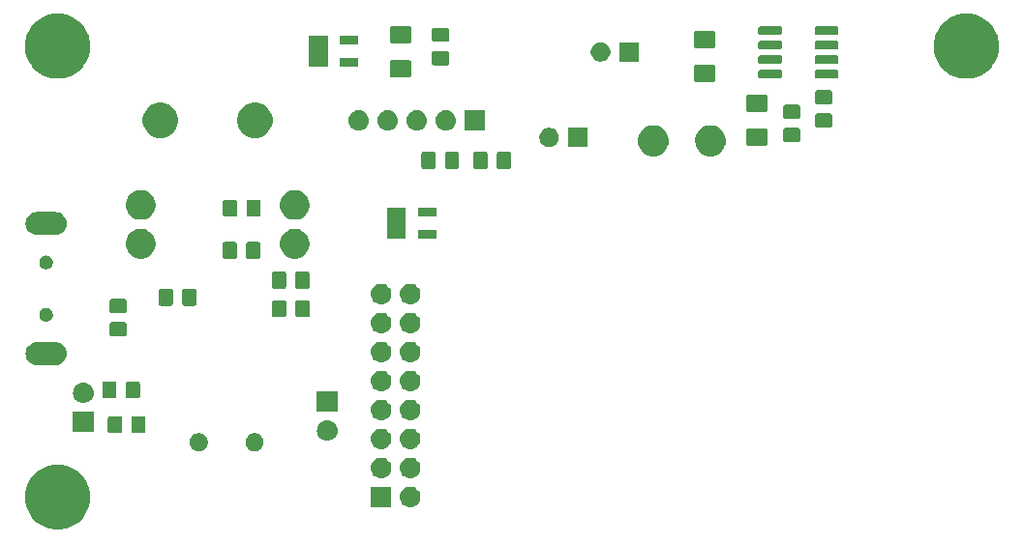
<source format=gbs>
G04 #@! TF.GenerationSoftware,KiCad,Pcbnew,(5.1.2)-1*
G04 #@! TF.CreationDate,2022-03-08T00:39:02-05:00*
G04 #@! TF.ProjectId,telemetry_receiver,74656c65-6d65-4747-9279-5f7265636569,rev?*
G04 #@! TF.SameCoordinates,Original*
G04 #@! TF.FileFunction,Soldermask,Bot*
G04 #@! TF.FilePolarity,Negative*
%FSLAX46Y46*%
G04 Gerber Fmt 4.6, Leading zero omitted, Abs format (unit mm)*
G04 Created by KiCad (PCBNEW (5.1.2)-1) date 2022-03-08 00:39:02*
%MOMM*%
%LPD*%
G04 APERTURE LIST*
%ADD10C,0.100000*%
G04 APERTURE END LIST*
D10*
G36*
X93831606Y-109758562D02*
G01*
X94350455Y-109973476D01*
X94817407Y-110285484D01*
X95214516Y-110682593D01*
X95526524Y-111149545D01*
X95741438Y-111668394D01*
X95851000Y-112219201D01*
X95851000Y-112780799D01*
X95741438Y-113331606D01*
X95526524Y-113850455D01*
X95214516Y-114317407D01*
X94817407Y-114714516D01*
X94350455Y-115026524D01*
X93831606Y-115241438D01*
X93556202Y-115296219D01*
X93280800Y-115351000D01*
X92719200Y-115351000D01*
X92443798Y-115296219D01*
X92168394Y-115241438D01*
X91649545Y-115026524D01*
X91182593Y-114714516D01*
X90785484Y-114317407D01*
X90473476Y-113850455D01*
X90258562Y-113331606D01*
X90149000Y-112780799D01*
X90149000Y-112219201D01*
X90258562Y-111668394D01*
X90473476Y-111149545D01*
X90785484Y-110682593D01*
X91182593Y-110285484D01*
X91649545Y-109973476D01*
X92168394Y-109758562D01*
X92719200Y-109649000D01*
X93280800Y-109649000D01*
X93831606Y-109758562D01*
X93831606Y-109758562D01*
G37*
G36*
X123950443Y-111605519D02*
G01*
X124016627Y-111612037D01*
X124186466Y-111663557D01*
X124342991Y-111747222D01*
X124378729Y-111776552D01*
X124480186Y-111859814D01*
X124563448Y-111961271D01*
X124592778Y-111997009D01*
X124676443Y-112153534D01*
X124727963Y-112323373D01*
X124745359Y-112500000D01*
X124727963Y-112676627D01*
X124676443Y-112846466D01*
X124592778Y-113002991D01*
X124563448Y-113038729D01*
X124480186Y-113140186D01*
X124378729Y-113223448D01*
X124342991Y-113252778D01*
X124186466Y-113336443D01*
X124016627Y-113387963D01*
X123950442Y-113394482D01*
X123884260Y-113401000D01*
X123795740Y-113401000D01*
X123729558Y-113394482D01*
X123663373Y-113387963D01*
X123493534Y-113336443D01*
X123337009Y-113252778D01*
X123301271Y-113223448D01*
X123199814Y-113140186D01*
X123116552Y-113038729D01*
X123087222Y-113002991D01*
X123003557Y-112846466D01*
X122952037Y-112676627D01*
X122934641Y-112500000D01*
X122952037Y-112323373D01*
X123003557Y-112153534D01*
X123087222Y-111997009D01*
X123116552Y-111961271D01*
X123199814Y-111859814D01*
X123301271Y-111776552D01*
X123337009Y-111747222D01*
X123493534Y-111663557D01*
X123663373Y-111612037D01*
X123729557Y-111605519D01*
X123795740Y-111599000D01*
X123884260Y-111599000D01*
X123950443Y-111605519D01*
X123950443Y-111605519D01*
G37*
G36*
X122201000Y-113401000D02*
G01*
X120399000Y-113401000D01*
X120399000Y-111599000D01*
X122201000Y-111599000D01*
X122201000Y-113401000D01*
X122201000Y-113401000D01*
G37*
G36*
X121410443Y-109065519D02*
G01*
X121476627Y-109072037D01*
X121646466Y-109123557D01*
X121802991Y-109207222D01*
X121838729Y-109236552D01*
X121940186Y-109319814D01*
X122023448Y-109421271D01*
X122052778Y-109457009D01*
X122136443Y-109613534D01*
X122187963Y-109783373D01*
X122205359Y-109960000D01*
X122187963Y-110136627D01*
X122136443Y-110306466D01*
X122052778Y-110462991D01*
X122023448Y-110498729D01*
X121940186Y-110600186D01*
X121839771Y-110682593D01*
X121802991Y-110712778D01*
X121646466Y-110796443D01*
X121476627Y-110847963D01*
X121410443Y-110854481D01*
X121344260Y-110861000D01*
X121255740Y-110861000D01*
X121189557Y-110854481D01*
X121123373Y-110847963D01*
X120953534Y-110796443D01*
X120797009Y-110712778D01*
X120760229Y-110682593D01*
X120659814Y-110600186D01*
X120576552Y-110498729D01*
X120547222Y-110462991D01*
X120463557Y-110306466D01*
X120412037Y-110136627D01*
X120394641Y-109960000D01*
X120412037Y-109783373D01*
X120463557Y-109613534D01*
X120547222Y-109457009D01*
X120576552Y-109421271D01*
X120659814Y-109319814D01*
X120761271Y-109236552D01*
X120797009Y-109207222D01*
X120953534Y-109123557D01*
X121123373Y-109072037D01*
X121189557Y-109065519D01*
X121255740Y-109059000D01*
X121344260Y-109059000D01*
X121410443Y-109065519D01*
X121410443Y-109065519D01*
G37*
G36*
X123950443Y-109065519D02*
G01*
X124016627Y-109072037D01*
X124186466Y-109123557D01*
X124342991Y-109207222D01*
X124378729Y-109236552D01*
X124480186Y-109319814D01*
X124563448Y-109421271D01*
X124592778Y-109457009D01*
X124676443Y-109613534D01*
X124727963Y-109783373D01*
X124745359Y-109960000D01*
X124727963Y-110136627D01*
X124676443Y-110306466D01*
X124592778Y-110462991D01*
X124563448Y-110498729D01*
X124480186Y-110600186D01*
X124379771Y-110682593D01*
X124342991Y-110712778D01*
X124186466Y-110796443D01*
X124016627Y-110847963D01*
X123950443Y-110854481D01*
X123884260Y-110861000D01*
X123795740Y-110861000D01*
X123729557Y-110854481D01*
X123663373Y-110847963D01*
X123493534Y-110796443D01*
X123337009Y-110712778D01*
X123300229Y-110682593D01*
X123199814Y-110600186D01*
X123116552Y-110498729D01*
X123087222Y-110462991D01*
X123003557Y-110306466D01*
X122952037Y-110136627D01*
X122934641Y-109960000D01*
X122952037Y-109783373D01*
X123003557Y-109613534D01*
X123087222Y-109457009D01*
X123116552Y-109421271D01*
X123199814Y-109319814D01*
X123301271Y-109236552D01*
X123337009Y-109207222D01*
X123493534Y-109123557D01*
X123663373Y-109072037D01*
X123729557Y-109065519D01*
X123795740Y-109059000D01*
X123884260Y-109059000D01*
X123950443Y-109065519D01*
X123950443Y-109065519D01*
G37*
G36*
X105584542Y-106933061D02*
G01*
X105730314Y-106993442D01*
X105730316Y-106993443D01*
X105861508Y-107081102D01*
X105973078Y-107192672D01*
X106058279Y-107320186D01*
X106060738Y-107323866D01*
X106121119Y-107469638D01*
X106151900Y-107624387D01*
X106151900Y-107782173D01*
X106121119Y-107936922D01*
X106070061Y-108060186D01*
X106060737Y-108082696D01*
X105973078Y-108213888D01*
X105861508Y-108325458D01*
X105730316Y-108413117D01*
X105730315Y-108413118D01*
X105730314Y-108413118D01*
X105584542Y-108473499D01*
X105429793Y-108504280D01*
X105272007Y-108504280D01*
X105117258Y-108473499D01*
X104971486Y-108413118D01*
X104971485Y-108413118D01*
X104971484Y-108413117D01*
X104840292Y-108325458D01*
X104728722Y-108213888D01*
X104641063Y-108082696D01*
X104631739Y-108060186D01*
X104580681Y-107936922D01*
X104549900Y-107782173D01*
X104549900Y-107624387D01*
X104580681Y-107469638D01*
X104641062Y-107323866D01*
X104643521Y-107320186D01*
X104728722Y-107192672D01*
X104840292Y-107081102D01*
X104971484Y-106993443D01*
X104971486Y-106993442D01*
X105117258Y-106933061D01*
X105272007Y-106902280D01*
X105429793Y-106902280D01*
X105584542Y-106933061D01*
X105584542Y-106933061D01*
G37*
G36*
X110464542Y-106933061D02*
G01*
X110610314Y-106993442D01*
X110610316Y-106993443D01*
X110741508Y-107081102D01*
X110853078Y-107192672D01*
X110938279Y-107320186D01*
X110940738Y-107323866D01*
X111001119Y-107469638D01*
X111031900Y-107624387D01*
X111031900Y-107782173D01*
X111001119Y-107936922D01*
X110950061Y-108060186D01*
X110940737Y-108082696D01*
X110853078Y-108213888D01*
X110741508Y-108325458D01*
X110610316Y-108413117D01*
X110610315Y-108413118D01*
X110610314Y-108413118D01*
X110464542Y-108473499D01*
X110309793Y-108504280D01*
X110152007Y-108504280D01*
X109997258Y-108473499D01*
X109851486Y-108413118D01*
X109851485Y-108413118D01*
X109851484Y-108413117D01*
X109720292Y-108325458D01*
X109608722Y-108213888D01*
X109521063Y-108082696D01*
X109511739Y-108060186D01*
X109460681Y-107936922D01*
X109429900Y-107782173D01*
X109429900Y-107624387D01*
X109460681Y-107469638D01*
X109521062Y-107323866D01*
X109523521Y-107320186D01*
X109608722Y-107192672D01*
X109720292Y-107081102D01*
X109851484Y-106993443D01*
X109851486Y-106993442D01*
X109997258Y-106933061D01*
X110152007Y-106902280D01*
X110309793Y-106902280D01*
X110464542Y-106933061D01*
X110464542Y-106933061D01*
G37*
G36*
X123950442Y-106525518D02*
G01*
X124016627Y-106532037D01*
X124186466Y-106583557D01*
X124342991Y-106667222D01*
X124378729Y-106696552D01*
X124480186Y-106779814D01*
X124560051Y-106877131D01*
X124592778Y-106917009D01*
X124676443Y-107073534D01*
X124727963Y-107243373D01*
X124745359Y-107420000D01*
X124727963Y-107596627D01*
X124676443Y-107766466D01*
X124592778Y-107922991D01*
X124581345Y-107936922D01*
X124480186Y-108060186D01*
X124378729Y-108143448D01*
X124342991Y-108172778D01*
X124186466Y-108256443D01*
X124016627Y-108307963D01*
X123950443Y-108314481D01*
X123884260Y-108321000D01*
X123795740Y-108321000D01*
X123729557Y-108314481D01*
X123663373Y-108307963D01*
X123493534Y-108256443D01*
X123337009Y-108172778D01*
X123301271Y-108143448D01*
X123199814Y-108060186D01*
X123098655Y-107936922D01*
X123087222Y-107922991D01*
X123003557Y-107766466D01*
X122952037Y-107596627D01*
X122934641Y-107420000D01*
X122952037Y-107243373D01*
X123003557Y-107073534D01*
X123087222Y-106917009D01*
X123119949Y-106877131D01*
X123199814Y-106779814D01*
X123301271Y-106696552D01*
X123337009Y-106667222D01*
X123493534Y-106583557D01*
X123663373Y-106532037D01*
X123729558Y-106525518D01*
X123795740Y-106519000D01*
X123884260Y-106519000D01*
X123950442Y-106525518D01*
X123950442Y-106525518D01*
G37*
G36*
X121410442Y-106525518D02*
G01*
X121476627Y-106532037D01*
X121646466Y-106583557D01*
X121802991Y-106667222D01*
X121838729Y-106696552D01*
X121940186Y-106779814D01*
X122020051Y-106877131D01*
X122052778Y-106917009D01*
X122136443Y-107073534D01*
X122187963Y-107243373D01*
X122205359Y-107420000D01*
X122187963Y-107596627D01*
X122136443Y-107766466D01*
X122052778Y-107922991D01*
X122041345Y-107936922D01*
X121940186Y-108060186D01*
X121838729Y-108143448D01*
X121802991Y-108172778D01*
X121646466Y-108256443D01*
X121476627Y-108307963D01*
X121410443Y-108314481D01*
X121344260Y-108321000D01*
X121255740Y-108321000D01*
X121189557Y-108314481D01*
X121123373Y-108307963D01*
X120953534Y-108256443D01*
X120797009Y-108172778D01*
X120761271Y-108143448D01*
X120659814Y-108060186D01*
X120558655Y-107936922D01*
X120547222Y-107922991D01*
X120463557Y-107766466D01*
X120412037Y-107596627D01*
X120394641Y-107420000D01*
X120412037Y-107243373D01*
X120463557Y-107073534D01*
X120547222Y-106917009D01*
X120579949Y-106877131D01*
X120659814Y-106779814D01*
X120761271Y-106696552D01*
X120797009Y-106667222D01*
X120953534Y-106583557D01*
X121123373Y-106532037D01*
X121189558Y-106525518D01*
X121255740Y-106519000D01*
X121344260Y-106519000D01*
X121410442Y-106525518D01*
X121410442Y-106525518D01*
G37*
G36*
X116696443Y-105785519D02*
G01*
X116762627Y-105792037D01*
X116932466Y-105843557D01*
X117088991Y-105927222D01*
X117124729Y-105956552D01*
X117226186Y-106039814D01*
X117309448Y-106141271D01*
X117338778Y-106177009D01*
X117422443Y-106333534D01*
X117473963Y-106503373D01*
X117491359Y-106680000D01*
X117473963Y-106856627D01*
X117422443Y-107026466D01*
X117338778Y-107182991D01*
X117330832Y-107192673D01*
X117226186Y-107320186D01*
X117124729Y-107403448D01*
X117088991Y-107432778D01*
X116932466Y-107516443D01*
X116762627Y-107567963D01*
X116696443Y-107574481D01*
X116630260Y-107581000D01*
X116541740Y-107581000D01*
X116475557Y-107574481D01*
X116409373Y-107567963D01*
X116239534Y-107516443D01*
X116083009Y-107432778D01*
X116047271Y-107403448D01*
X115945814Y-107320186D01*
X115841168Y-107192673D01*
X115833222Y-107182991D01*
X115749557Y-107026466D01*
X115698037Y-106856627D01*
X115680641Y-106680000D01*
X115698037Y-106503373D01*
X115749557Y-106333534D01*
X115833222Y-106177009D01*
X115862552Y-106141271D01*
X115945814Y-106039814D01*
X116047271Y-105956552D01*
X116083009Y-105927222D01*
X116239534Y-105843557D01*
X116409373Y-105792037D01*
X116475557Y-105785519D01*
X116541740Y-105779000D01*
X116630260Y-105779000D01*
X116696443Y-105785519D01*
X116696443Y-105785519D01*
G37*
G36*
X98489674Y-105425465D02*
G01*
X98527367Y-105436899D01*
X98562103Y-105455466D01*
X98592548Y-105480452D01*
X98617534Y-105510897D01*
X98636101Y-105545633D01*
X98647535Y-105583326D01*
X98652000Y-105628661D01*
X98652000Y-106715339D01*
X98647535Y-106760674D01*
X98636101Y-106798367D01*
X98617534Y-106833103D01*
X98592548Y-106863548D01*
X98562103Y-106888534D01*
X98527367Y-106907101D01*
X98489674Y-106918535D01*
X98444339Y-106923000D01*
X97607661Y-106923000D01*
X97562326Y-106918535D01*
X97524633Y-106907101D01*
X97489897Y-106888534D01*
X97459452Y-106863548D01*
X97434466Y-106833103D01*
X97415899Y-106798367D01*
X97404465Y-106760674D01*
X97400000Y-106715339D01*
X97400000Y-105628661D01*
X97404465Y-105583326D01*
X97415899Y-105545633D01*
X97434466Y-105510897D01*
X97459452Y-105480452D01*
X97489897Y-105455466D01*
X97524633Y-105436899D01*
X97562326Y-105425465D01*
X97607661Y-105421000D01*
X98444339Y-105421000D01*
X98489674Y-105425465D01*
X98489674Y-105425465D01*
G37*
G36*
X100539674Y-105425465D02*
G01*
X100577367Y-105436899D01*
X100612103Y-105455466D01*
X100642548Y-105480452D01*
X100667534Y-105510897D01*
X100686101Y-105545633D01*
X100697535Y-105583326D01*
X100702000Y-105628661D01*
X100702000Y-106715339D01*
X100697535Y-106760674D01*
X100686101Y-106798367D01*
X100667534Y-106833103D01*
X100642548Y-106863548D01*
X100612103Y-106888534D01*
X100577367Y-106907101D01*
X100539674Y-106918535D01*
X100494339Y-106923000D01*
X99657661Y-106923000D01*
X99612326Y-106918535D01*
X99574633Y-106907101D01*
X99539897Y-106888534D01*
X99509452Y-106863548D01*
X99484466Y-106833103D01*
X99465899Y-106798367D01*
X99454465Y-106760674D01*
X99450000Y-106715339D01*
X99450000Y-105628661D01*
X99454465Y-105583326D01*
X99465899Y-105545633D01*
X99484466Y-105510897D01*
X99509452Y-105480452D01*
X99539897Y-105455466D01*
X99574633Y-105436899D01*
X99612326Y-105425465D01*
X99657661Y-105421000D01*
X100494339Y-105421000D01*
X100539674Y-105425465D01*
X100539674Y-105425465D01*
G37*
G36*
X96151000Y-106819000D02*
G01*
X94349000Y-106819000D01*
X94349000Y-105017000D01*
X96151000Y-105017000D01*
X96151000Y-106819000D01*
X96151000Y-106819000D01*
G37*
G36*
X123950442Y-103985518D02*
G01*
X124016627Y-103992037D01*
X124186466Y-104043557D01*
X124342991Y-104127222D01*
X124378729Y-104156552D01*
X124480186Y-104239814D01*
X124563448Y-104341271D01*
X124592778Y-104377009D01*
X124676443Y-104533534D01*
X124727963Y-104703373D01*
X124745359Y-104880000D01*
X124727963Y-105056627D01*
X124676443Y-105226466D01*
X124592778Y-105382991D01*
X124563448Y-105418729D01*
X124480186Y-105520186D01*
X124396314Y-105589017D01*
X124342991Y-105632778D01*
X124186466Y-105716443D01*
X124016627Y-105767963D01*
X123950443Y-105774481D01*
X123884260Y-105781000D01*
X123795740Y-105781000D01*
X123729557Y-105774481D01*
X123663373Y-105767963D01*
X123493534Y-105716443D01*
X123337009Y-105632778D01*
X123283686Y-105589017D01*
X123199814Y-105520186D01*
X123116552Y-105418729D01*
X123087222Y-105382991D01*
X123003557Y-105226466D01*
X122952037Y-105056627D01*
X122934641Y-104880000D01*
X122952037Y-104703373D01*
X123003557Y-104533534D01*
X123087222Y-104377009D01*
X123116552Y-104341271D01*
X123199814Y-104239814D01*
X123301271Y-104156552D01*
X123337009Y-104127222D01*
X123493534Y-104043557D01*
X123663373Y-103992037D01*
X123729558Y-103985518D01*
X123795740Y-103979000D01*
X123884260Y-103979000D01*
X123950442Y-103985518D01*
X123950442Y-103985518D01*
G37*
G36*
X121410442Y-103985518D02*
G01*
X121476627Y-103992037D01*
X121646466Y-104043557D01*
X121802991Y-104127222D01*
X121838729Y-104156552D01*
X121940186Y-104239814D01*
X122023448Y-104341271D01*
X122052778Y-104377009D01*
X122136443Y-104533534D01*
X122187963Y-104703373D01*
X122205359Y-104880000D01*
X122187963Y-105056627D01*
X122136443Y-105226466D01*
X122052778Y-105382991D01*
X122023448Y-105418729D01*
X121940186Y-105520186D01*
X121856314Y-105589017D01*
X121802991Y-105632778D01*
X121646466Y-105716443D01*
X121476627Y-105767963D01*
X121410443Y-105774481D01*
X121344260Y-105781000D01*
X121255740Y-105781000D01*
X121189557Y-105774481D01*
X121123373Y-105767963D01*
X120953534Y-105716443D01*
X120797009Y-105632778D01*
X120743686Y-105589017D01*
X120659814Y-105520186D01*
X120576552Y-105418729D01*
X120547222Y-105382991D01*
X120463557Y-105226466D01*
X120412037Y-105056627D01*
X120394641Y-104880000D01*
X120412037Y-104703373D01*
X120463557Y-104533534D01*
X120547222Y-104377009D01*
X120576552Y-104341271D01*
X120659814Y-104239814D01*
X120761271Y-104156552D01*
X120797009Y-104127222D01*
X120953534Y-104043557D01*
X121123373Y-103992037D01*
X121189558Y-103985518D01*
X121255740Y-103979000D01*
X121344260Y-103979000D01*
X121410442Y-103985518D01*
X121410442Y-103985518D01*
G37*
G36*
X117487000Y-105041000D02*
G01*
X115685000Y-105041000D01*
X115685000Y-103239000D01*
X117487000Y-103239000D01*
X117487000Y-105041000D01*
X117487000Y-105041000D01*
G37*
G36*
X95360442Y-102483518D02*
G01*
X95426627Y-102490037D01*
X95596466Y-102541557D01*
X95752991Y-102625222D01*
X95777301Y-102645173D01*
X95890186Y-102737814D01*
X95973448Y-102839271D01*
X96002778Y-102875009D01*
X96086443Y-103031534D01*
X96137963Y-103201373D01*
X96155359Y-103378000D01*
X96137963Y-103554627D01*
X96086443Y-103724466D01*
X96002778Y-103880991D01*
X95973448Y-103916729D01*
X95890186Y-104018186D01*
X95788729Y-104101448D01*
X95752991Y-104130778D01*
X95596466Y-104214443D01*
X95426627Y-104265963D01*
X95360442Y-104272482D01*
X95294260Y-104279000D01*
X95205740Y-104279000D01*
X95139558Y-104272482D01*
X95073373Y-104265963D01*
X94903534Y-104214443D01*
X94747009Y-104130778D01*
X94711271Y-104101448D01*
X94609814Y-104018186D01*
X94526552Y-103916729D01*
X94497222Y-103880991D01*
X94413557Y-103724466D01*
X94362037Y-103554627D01*
X94344641Y-103378000D01*
X94362037Y-103201373D01*
X94413557Y-103031534D01*
X94497222Y-102875009D01*
X94526552Y-102839271D01*
X94609814Y-102737814D01*
X94722699Y-102645173D01*
X94747009Y-102625222D01*
X94903534Y-102541557D01*
X95073373Y-102490037D01*
X95139558Y-102483518D01*
X95205740Y-102477000D01*
X95294260Y-102477000D01*
X95360442Y-102483518D01*
X95360442Y-102483518D01*
G37*
G36*
X100049674Y-102377465D02*
G01*
X100087367Y-102388899D01*
X100122103Y-102407466D01*
X100152548Y-102432452D01*
X100177534Y-102462897D01*
X100196101Y-102497633D01*
X100207535Y-102535326D01*
X100212000Y-102580661D01*
X100212000Y-103667339D01*
X100207535Y-103712674D01*
X100196101Y-103750367D01*
X100177534Y-103785103D01*
X100152548Y-103815548D01*
X100122103Y-103840534D01*
X100087367Y-103859101D01*
X100049674Y-103870535D01*
X100004339Y-103875000D01*
X99167661Y-103875000D01*
X99122326Y-103870535D01*
X99084633Y-103859101D01*
X99049897Y-103840534D01*
X99019452Y-103815548D01*
X98994466Y-103785103D01*
X98975899Y-103750367D01*
X98964465Y-103712674D01*
X98960000Y-103667339D01*
X98960000Y-102580661D01*
X98964465Y-102535326D01*
X98975899Y-102497633D01*
X98994466Y-102462897D01*
X99019452Y-102432452D01*
X99049897Y-102407466D01*
X99084633Y-102388899D01*
X99122326Y-102377465D01*
X99167661Y-102373000D01*
X100004339Y-102373000D01*
X100049674Y-102377465D01*
X100049674Y-102377465D01*
G37*
G36*
X97999674Y-102377465D02*
G01*
X98037367Y-102388899D01*
X98072103Y-102407466D01*
X98102548Y-102432452D01*
X98127534Y-102462897D01*
X98146101Y-102497633D01*
X98157535Y-102535326D01*
X98162000Y-102580661D01*
X98162000Y-103667339D01*
X98157535Y-103712674D01*
X98146101Y-103750367D01*
X98127534Y-103785103D01*
X98102548Y-103815548D01*
X98072103Y-103840534D01*
X98037367Y-103859101D01*
X97999674Y-103870535D01*
X97954339Y-103875000D01*
X97117661Y-103875000D01*
X97072326Y-103870535D01*
X97034633Y-103859101D01*
X96999897Y-103840534D01*
X96969452Y-103815548D01*
X96944466Y-103785103D01*
X96925899Y-103750367D01*
X96914465Y-103712674D01*
X96910000Y-103667339D01*
X96910000Y-102580661D01*
X96914465Y-102535326D01*
X96925899Y-102497633D01*
X96944466Y-102462897D01*
X96969452Y-102432452D01*
X96999897Y-102407466D01*
X97034633Y-102388899D01*
X97072326Y-102377465D01*
X97117661Y-102373000D01*
X97954339Y-102373000D01*
X97999674Y-102377465D01*
X97999674Y-102377465D01*
G37*
G36*
X123950443Y-101445519D02*
G01*
X124016627Y-101452037D01*
X124186466Y-101503557D01*
X124342991Y-101587222D01*
X124378729Y-101616552D01*
X124480186Y-101699814D01*
X124563448Y-101801271D01*
X124592778Y-101837009D01*
X124676443Y-101993534D01*
X124727963Y-102163373D01*
X124745359Y-102340000D01*
X124727963Y-102516627D01*
X124676443Y-102686466D01*
X124592778Y-102842991D01*
X124566501Y-102875009D01*
X124480186Y-102980186D01*
X124417617Y-103031534D01*
X124342991Y-103092778D01*
X124186466Y-103176443D01*
X124016627Y-103227963D01*
X123950443Y-103234481D01*
X123884260Y-103241000D01*
X123795740Y-103241000D01*
X123729557Y-103234481D01*
X123663373Y-103227963D01*
X123493534Y-103176443D01*
X123337009Y-103092778D01*
X123262383Y-103031534D01*
X123199814Y-102980186D01*
X123113499Y-102875009D01*
X123087222Y-102842991D01*
X123003557Y-102686466D01*
X122952037Y-102516627D01*
X122934641Y-102340000D01*
X122952037Y-102163373D01*
X123003557Y-101993534D01*
X123087222Y-101837009D01*
X123116552Y-101801271D01*
X123199814Y-101699814D01*
X123301271Y-101616552D01*
X123337009Y-101587222D01*
X123493534Y-101503557D01*
X123663373Y-101452037D01*
X123729557Y-101445519D01*
X123795740Y-101439000D01*
X123884260Y-101439000D01*
X123950443Y-101445519D01*
X123950443Y-101445519D01*
G37*
G36*
X121410443Y-101445519D02*
G01*
X121476627Y-101452037D01*
X121646466Y-101503557D01*
X121802991Y-101587222D01*
X121838729Y-101616552D01*
X121940186Y-101699814D01*
X122023448Y-101801271D01*
X122052778Y-101837009D01*
X122136443Y-101993534D01*
X122187963Y-102163373D01*
X122205359Y-102340000D01*
X122187963Y-102516627D01*
X122136443Y-102686466D01*
X122052778Y-102842991D01*
X122026501Y-102875009D01*
X121940186Y-102980186D01*
X121877617Y-103031534D01*
X121802991Y-103092778D01*
X121646466Y-103176443D01*
X121476627Y-103227963D01*
X121410443Y-103234481D01*
X121344260Y-103241000D01*
X121255740Y-103241000D01*
X121189557Y-103234481D01*
X121123373Y-103227963D01*
X120953534Y-103176443D01*
X120797009Y-103092778D01*
X120722383Y-103031534D01*
X120659814Y-102980186D01*
X120573499Y-102875009D01*
X120547222Y-102842991D01*
X120463557Y-102686466D01*
X120412037Y-102516627D01*
X120394641Y-102340000D01*
X120412037Y-102163373D01*
X120463557Y-101993534D01*
X120547222Y-101837009D01*
X120576552Y-101801271D01*
X120659814Y-101699814D01*
X120761271Y-101616552D01*
X120797009Y-101587222D01*
X120953534Y-101503557D01*
X121123373Y-101452037D01*
X121189557Y-101445519D01*
X121255740Y-101439000D01*
X121344260Y-101439000D01*
X121410443Y-101445519D01*
X121410443Y-101445519D01*
G37*
G36*
X92996388Y-98947483D02*
G01*
X93185082Y-99004723D01*
X93358975Y-99097671D01*
X93511399Y-99222761D01*
X93636489Y-99375185D01*
X93729437Y-99549078D01*
X93786677Y-99737772D01*
X93806003Y-99934000D01*
X93786677Y-100130228D01*
X93729437Y-100318922D01*
X93636489Y-100492815D01*
X93511399Y-100645239D01*
X93358975Y-100770329D01*
X93185082Y-100863277D01*
X92996388Y-100920517D01*
X92849335Y-100935000D01*
X91150985Y-100935000D01*
X91003932Y-100920517D01*
X90815238Y-100863277D01*
X90641345Y-100770329D01*
X90488921Y-100645239D01*
X90363831Y-100492815D01*
X90270883Y-100318922D01*
X90213643Y-100130228D01*
X90194317Y-99934000D01*
X90213643Y-99737772D01*
X90270883Y-99549078D01*
X90363831Y-99375185D01*
X90488921Y-99222761D01*
X90641345Y-99097671D01*
X90815238Y-99004723D01*
X91003932Y-98947483D01*
X91150985Y-98933000D01*
X92849335Y-98933000D01*
X92996388Y-98947483D01*
X92996388Y-98947483D01*
G37*
G36*
X123950442Y-98905518D02*
G01*
X124016627Y-98912037D01*
X124186466Y-98963557D01*
X124342991Y-99047222D01*
X124378729Y-99076552D01*
X124480186Y-99159814D01*
X124531845Y-99222762D01*
X124592778Y-99297009D01*
X124676443Y-99453534D01*
X124727963Y-99623373D01*
X124745359Y-99800000D01*
X124727963Y-99976627D01*
X124676443Y-100146466D01*
X124592778Y-100302991D01*
X124563448Y-100338729D01*
X124480186Y-100440186D01*
X124378729Y-100523448D01*
X124342991Y-100552778D01*
X124186466Y-100636443D01*
X124016627Y-100687963D01*
X123950443Y-100694481D01*
X123884260Y-100701000D01*
X123795740Y-100701000D01*
X123729557Y-100694481D01*
X123663373Y-100687963D01*
X123493534Y-100636443D01*
X123337009Y-100552778D01*
X123301271Y-100523448D01*
X123199814Y-100440186D01*
X123116552Y-100338729D01*
X123087222Y-100302991D01*
X123003557Y-100146466D01*
X122952037Y-99976627D01*
X122934641Y-99800000D01*
X122952037Y-99623373D01*
X123003557Y-99453534D01*
X123087222Y-99297009D01*
X123148155Y-99222762D01*
X123199814Y-99159814D01*
X123301271Y-99076552D01*
X123337009Y-99047222D01*
X123493534Y-98963557D01*
X123663373Y-98912037D01*
X123729558Y-98905518D01*
X123795740Y-98899000D01*
X123884260Y-98899000D01*
X123950442Y-98905518D01*
X123950442Y-98905518D01*
G37*
G36*
X121410442Y-98905518D02*
G01*
X121476627Y-98912037D01*
X121646466Y-98963557D01*
X121802991Y-99047222D01*
X121838729Y-99076552D01*
X121940186Y-99159814D01*
X121991845Y-99222762D01*
X122052778Y-99297009D01*
X122136443Y-99453534D01*
X122187963Y-99623373D01*
X122205359Y-99800000D01*
X122187963Y-99976627D01*
X122136443Y-100146466D01*
X122052778Y-100302991D01*
X122023448Y-100338729D01*
X121940186Y-100440186D01*
X121838729Y-100523448D01*
X121802991Y-100552778D01*
X121646466Y-100636443D01*
X121476627Y-100687963D01*
X121410443Y-100694481D01*
X121344260Y-100701000D01*
X121255740Y-100701000D01*
X121189557Y-100694481D01*
X121123373Y-100687963D01*
X120953534Y-100636443D01*
X120797009Y-100552778D01*
X120761271Y-100523448D01*
X120659814Y-100440186D01*
X120576552Y-100338729D01*
X120547222Y-100302991D01*
X120463557Y-100146466D01*
X120412037Y-99976627D01*
X120394641Y-99800000D01*
X120412037Y-99623373D01*
X120463557Y-99453534D01*
X120547222Y-99297009D01*
X120608155Y-99222762D01*
X120659814Y-99159814D01*
X120761271Y-99076552D01*
X120797009Y-99047222D01*
X120953534Y-98963557D01*
X121123373Y-98912037D01*
X121189558Y-98905518D01*
X121255740Y-98899000D01*
X121344260Y-98899000D01*
X121410442Y-98905518D01*
X121410442Y-98905518D01*
G37*
G36*
X98886674Y-97177465D02*
G01*
X98924367Y-97188899D01*
X98959103Y-97207466D01*
X98989548Y-97232452D01*
X99014534Y-97262897D01*
X99033101Y-97297633D01*
X99044535Y-97335326D01*
X99049000Y-97380661D01*
X99049000Y-98217339D01*
X99044535Y-98262674D01*
X99033101Y-98300367D01*
X99014534Y-98335103D01*
X98989548Y-98365548D01*
X98959103Y-98390534D01*
X98924367Y-98409101D01*
X98886674Y-98420535D01*
X98841339Y-98425000D01*
X97754661Y-98425000D01*
X97709326Y-98420535D01*
X97671633Y-98409101D01*
X97636897Y-98390534D01*
X97606452Y-98365548D01*
X97581466Y-98335103D01*
X97562899Y-98300367D01*
X97551465Y-98262674D01*
X97547000Y-98217339D01*
X97547000Y-97380661D01*
X97551465Y-97335326D01*
X97562899Y-97297633D01*
X97581466Y-97262897D01*
X97606452Y-97232452D01*
X97636897Y-97207466D01*
X97671633Y-97188899D01*
X97709326Y-97177465D01*
X97754661Y-97173000D01*
X98841339Y-97173000D01*
X98886674Y-97177465D01*
X98886674Y-97177465D01*
G37*
G36*
X123950443Y-96365519D02*
G01*
X124016627Y-96372037D01*
X124186466Y-96423557D01*
X124342991Y-96507222D01*
X124373091Y-96531925D01*
X124480186Y-96619814D01*
X124550203Y-96705131D01*
X124592778Y-96757009D01*
X124676443Y-96913534D01*
X124727963Y-97083373D01*
X124745359Y-97260000D01*
X124727963Y-97436627D01*
X124676443Y-97606466D01*
X124592778Y-97762991D01*
X124563448Y-97798729D01*
X124480186Y-97900186D01*
X124378729Y-97983448D01*
X124342991Y-98012778D01*
X124186466Y-98096443D01*
X124016627Y-98147963D01*
X123967241Y-98152827D01*
X123884260Y-98161000D01*
X123795740Y-98161000D01*
X123712759Y-98152827D01*
X123663373Y-98147963D01*
X123493534Y-98096443D01*
X123337009Y-98012778D01*
X123301271Y-97983448D01*
X123199814Y-97900186D01*
X123116552Y-97798729D01*
X123087222Y-97762991D01*
X123003557Y-97606466D01*
X122952037Y-97436627D01*
X122934641Y-97260000D01*
X122952037Y-97083373D01*
X123003557Y-96913534D01*
X123087222Y-96757009D01*
X123129797Y-96705131D01*
X123199814Y-96619814D01*
X123306909Y-96531925D01*
X123337009Y-96507222D01*
X123493534Y-96423557D01*
X123663373Y-96372037D01*
X123729557Y-96365519D01*
X123795740Y-96359000D01*
X123884260Y-96359000D01*
X123950443Y-96365519D01*
X123950443Y-96365519D01*
G37*
G36*
X121410443Y-96365519D02*
G01*
X121476627Y-96372037D01*
X121646466Y-96423557D01*
X121802991Y-96507222D01*
X121833091Y-96531925D01*
X121940186Y-96619814D01*
X122010203Y-96705131D01*
X122052778Y-96757009D01*
X122136443Y-96913534D01*
X122187963Y-97083373D01*
X122205359Y-97260000D01*
X122187963Y-97436627D01*
X122136443Y-97606466D01*
X122052778Y-97762991D01*
X122023448Y-97798729D01*
X121940186Y-97900186D01*
X121838729Y-97983448D01*
X121802991Y-98012778D01*
X121646466Y-98096443D01*
X121476627Y-98147963D01*
X121427241Y-98152827D01*
X121344260Y-98161000D01*
X121255740Y-98161000D01*
X121172759Y-98152827D01*
X121123373Y-98147963D01*
X120953534Y-98096443D01*
X120797009Y-98012778D01*
X120761271Y-97983448D01*
X120659814Y-97900186D01*
X120576552Y-97798729D01*
X120547222Y-97762991D01*
X120463557Y-97606466D01*
X120412037Y-97436627D01*
X120394641Y-97260000D01*
X120412037Y-97083373D01*
X120463557Y-96913534D01*
X120547222Y-96757009D01*
X120589797Y-96705131D01*
X120659814Y-96619814D01*
X120766909Y-96531925D01*
X120797009Y-96507222D01*
X120953534Y-96423557D01*
X121123373Y-96372037D01*
X121189557Y-96365519D01*
X121255740Y-96359000D01*
X121344260Y-96359000D01*
X121410443Y-96365519D01*
X121410443Y-96365519D01*
G37*
G36*
X92136761Y-95948397D02*
G01*
X92175465Y-95956096D01*
X92207500Y-95969365D01*
X92284840Y-96001400D01*
X92383275Y-96067173D01*
X92466987Y-96150885D01*
X92532760Y-96249320D01*
X92560192Y-96315548D01*
X92578064Y-96358695D01*
X92578145Y-96359101D01*
X92601160Y-96474805D01*
X92601160Y-96593195D01*
X92593831Y-96630038D01*
X92578064Y-96709305D01*
X92569375Y-96730282D01*
X92532760Y-96818680D01*
X92466987Y-96917115D01*
X92383275Y-97000827D01*
X92284840Y-97066600D01*
X92207500Y-97098635D01*
X92175465Y-97111904D01*
X92136761Y-97119603D01*
X92059355Y-97135000D01*
X91940965Y-97135000D01*
X91863559Y-97119603D01*
X91824855Y-97111904D01*
X91792820Y-97098635D01*
X91715480Y-97066600D01*
X91617045Y-97000827D01*
X91533333Y-96917115D01*
X91467560Y-96818680D01*
X91430945Y-96730282D01*
X91422256Y-96709305D01*
X91406489Y-96630038D01*
X91399160Y-96593195D01*
X91399160Y-96474805D01*
X91422175Y-96359101D01*
X91422256Y-96358695D01*
X91440128Y-96315548D01*
X91467560Y-96249320D01*
X91533333Y-96150885D01*
X91617045Y-96067173D01*
X91715480Y-96001400D01*
X91792820Y-95969365D01*
X91824855Y-95956096D01*
X91863559Y-95948397D01*
X91940965Y-95933000D01*
X92059355Y-95933000D01*
X92136761Y-95948397D01*
X92136761Y-95948397D01*
G37*
G36*
X114899554Y-95253465D02*
G01*
X114937247Y-95264899D01*
X114971983Y-95283466D01*
X115002428Y-95308452D01*
X115027414Y-95338897D01*
X115045981Y-95373633D01*
X115057415Y-95411326D01*
X115061880Y-95456661D01*
X115061880Y-96543339D01*
X115057415Y-96588674D01*
X115045981Y-96626367D01*
X115027414Y-96661103D01*
X115002428Y-96691548D01*
X114971983Y-96716534D01*
X114937247Y-96735101D01*
X114899554Y-96746535D01*
X114854219Y-96751000D01*
X114017541Y-96751000D01*
X113972206Y-96746535D01*
X113934513Y-96735101D01*
X113899777Y-96716534D01*
X113869332Y-96691548D01*
X113844346Y-96661103D01*
X113825779Y-96626367D01*
X113814345Y-96588674D01*
X113809880Y-96543339D01*
X113809880Y-95456661D01*
X113814345Y-95411326D01*
X113825779Y-95373633D01*
X113844346Y-95338897D01*
X113869332Y-95308452D01*
X113899777Y-95283466D01*
X113934513Y-95264899D01*
X113972206Y-95253465D01*
X114017541Y-95249000D01*
X114854219Y-95249000D01*
X114899554Y-95253465D01*
X114899554Y-95253465D01*
G37*
G36*
X112849554Y-95253465D02*
G01*
X112887247Y-95264899D01*
X112921983Y-95283466D01*
X112952428Y-95308452D01*
X112977414Y-95338897D01*
X112995981Y-95373633D01*
X113007415Y-95411326D01*
X113011880Y-95456661D01*
X113011880Y-96543339D01*
X113007415Y-96588674D01*
X112995981Y-96626367D01*
X112977414Y-96661103D01*
X112952428Y-96691548D01*
X112921983Y-96716534D01*
X112887247Y-96735101D01*
X112849554Y-96746535D01*
X112804219Y-96751000D01*
X111967541Y-96751000D01*
X111922206Y-96746535D01*
X111884513Y-96735101D01*
X111849777Y-96716534D01*
X111819332Y-96691548D01*
X111794346Y-96661103D01*
X111775779Y-96626367D01*
X111764345Y-96588674D01*
X111759880Y-96543339D01*
X111759880Y-95456661D01*
X111764345Y-95411326D01*
X111775779Y-95373633D01*
X111794346Y-95338897D01*
X111819332Y-95308452D01*
X111849777Y-95283466D01*
X111884513Y-95264899D01*
X111922206Y-95253465D01*
X111967541Y-95249000D01*
X112804219Y-95249000D01*
X112849554Y-95253465D01*
X112849554Y-95253465D01*
G37*
G36*
X98886674Y-95127465D02*
G01*
X98924367Y-95138899D01*
X98959103Y-95157466D01*
X98989548Y-95182452D01*
X99014534Y-95212897D01*
X99033101Y-95247633D01*
X99044535Y-95285326D01*
X99049000Y-95330661D01*
X99049000Y-96167339D01*
X99044535Y-96212674D01*
X99033101Y-96250367D01*
X99014534Y-96285103D01*
X98989548Y-96315548D01*
X98959103Y-96340534D01*
X98924367Y-96359101D01*
X98886674Y-96370535D01*
X98841339Y-96375000D01*
X97754661Y-96375000D01*
X97709326Y-96370535D01*
X97671633Y-96359101D01*
X97636897Y-96340534D01*
X97606452Y-96315548D01*
X97581466Y-96285103D01*
X97562899Y-96250367D01*
X97551465Y-96212674D01*
X97547000Y-96167339D01*
X97547000Y-95330661D01*
X97551465Y-95285326D01*
X97562899Y-95247633D01*
X97581466Y-95212897D01*
X97606452Y-95182452D01*
X97636897Y-95157466D01*
X97671633Y-95138899D01*
X97709326Y-95127465D01*
X97754661Y-95123000D01*
X98841339Y-95123000D01*
X98886674Y-95127465D01*
X98886674Y-95127465D01*
G37*
G36*
X104988674Y-94253465D02*
G01*
X105026367Y-94264899D01*
X105061103Y-94283466D01*
X105091548Y-94308452D01*
X105116534Y-94338897D01*
X105135101Y-94373633D01*
X105146535Y-94411326D01*
X105151000Y-94456661D01*
X105151000Y-95543339D01*
X105146535Y-95588674D01*
X105135101Y-95626367D01*
X105116534Y-95661103D01*
X105091548Y-95691548D01*
X105061103Y-95716534D01*
X105026367Y-95735101D01*
X104988674Y-95746535D01*
X104943339Y-95751000D01*
X104106661Y-95751000D01*
X104061326Y-95746535D01*
X104023633Y-95735101D01*
X103988897Y-95716534D01*
X103958452Y-95691548D01*
X103933466Y-95661103D01*
X103914899Y-95626367D01*
X103903465Y-95588674D01*
X103899000Y-95543339D01*
X103899000Y-94456661D01*
X103903465Y-94411326D01*
X103914899Y-94373633D01*
X103933466Y-94338897D01*
X103958452Y-94308452D01*
X103988897Y-94283466D01*
X104023633Y-94264899D01*
X104061326Y-94253465D01*
X104106661Y-94249000D01*
X104943339Y-94249000D01*
X104988674Y-94253465D01*
X104988674Y-94253465D01*
G37*
G36*
X102938674Y-94253465D02*
G01*
X102976367Y-94264899D01*
X103011103Y-94283466D01*
X103041548Y-94308452D01*
X103066534Y-94338897D01*
X103085101Y-94373633D01*
X103096535Y-94411326D01*
X103101000Y-94456661D01*
X103101000Y-95543339D01*
X103096535Y-95588674D01*
X103085101Y-95626367D01*
X103066534Y-95661103D01*
X103041548Y-95691548D01*
X103011103Y-95716534D01*
X102976367Y-95735101D01*
X102938674Y-95746535D01*
X102893339Y-95751000D01*
X102056661Y-95751000D01*
X102011326Y-95746535D01*
X101973633Y-95735101D01*
X101938897Y-95716534D01*
X101908452Y-95691548D01*
X101883466Y-95661103D01*
X101864899Y-95626367D01*
X101853465Y-95588674D01*
X101849000Y-95543339D01*
X101849000Y-94456661D01*
X101853465Y-94411326D01*
X101864899Y-94373633D01*
X101883466Y-94338897D01*
X101908452Y-94308452D01*
X101938897Y-94283466D01*
X101973633Y-94264899D01*
X102011326Y-94253465D01*
X102056661Y-94249000D01*
X102893339Y-94249000D01*
X102938674Y-94253465D01*
X102938674Y-94253465D01*
G37*
G36*
X123950442Y-93825518D02*
G01*
X124016627Y-93832037D01*
X124186466Y-93883557D01*
X124342991Y-93967222D01*
X124378729Y-93996552D01*
X124480186Y-94079814D01*
X124546897Y-94161103D01*
X124592778Y-94217009D01*
X124676443Y-94373534D01*
X124727963Y-94543373D01*
X124745359Y-94720000D01*
X124727963Y-94896627D01*
X124676443Y-95066466D01*
X124592778Y-95222991D01*
X124571433Y-95249000D01*
X124480186Y-95360186D01*
X124378729Y-95443448D01*
X124342991Y-95472778D01*
X124186466Y-95556443D01*
X124016627Y-95607963D01*
X123950442Y-95614482D01*
X123884260Y-95621000D01*
X123795740Y-95621000D01*
X123729558Y-95614482D01*
X123663373Y-95607963D01*
X123493534Y-95556443D01*
X123337009Y-95472778D01*
X123301271Y-95443448D01*
X123199814Y-95360186D01*
X123108567Y-95249000D01*
X123087222Y-95222991D01*
X123003557Y-95066466D01*
X122952037Y-94896627D01*
X122934641Y-94720000D01*
X122952037Y-94543373D01*
X123003557Y-94373534D01*
X123087222Y-94217009D01*
X123133103Y-94161103D01*
X123199814Y-94079814D01*
X123301271Y-93996552D01*
X123337009Y-93967222D01*
X123493534Y-93883557D01*
X123663373Y-93832037D01*
X123729558Y-93825518D01*
X123795740Y-93819000D01*
X123884260Y-93819000D01*
X123950442Y-93825518D01*
X123950442Y-93825518D01*
G37*
G36*
X121410442Y-93825518D02*
G01*
X121476627Y-93832037D01*
X121646466Y-93883557D01*
X121802991Y-93967222D01*
X121838729Y-93996552D01*
X121940186Y-94079814D01*
X122006897Y-94161103D01*
X122052778Y-94217009D01*
X122136443Y-94373534D01*
X122187963Y-94543373D01*
X122205359Y-94720000D01*
X122187963Y-94896627D01*
X122136443Y-95066466D01*
X122052778Y-95222991D01*
X122031433Y-95249000D01*
X121940186Y-95360186D01*
X121838729Y-95443448D01*
X121802991Y-95472778D01*
X121646466Y-95556443D01*
X121476627Y-95607963D01*
X121410442Y-95614482D01*
X121344260Y-95621000D01*
X121255740Y-95621000D01*
X121189558Y-95614482D01*
X121123373Y-95607963D01*
X120953534Y-95556443D01*
X120797009Y-95472778D01*
X120761271Y-95443448D01*
X120659814Y-95360186D01*
X120568567Y-95249000D01*
X120547222Y-95222991D01*
X120463557Y-95066466D01*
X120412037Y-94896627D01*
X120394641Y-94720000D01*
X120412037Y-94543373D01*
X120463557Y-94373534D01*
X120547222Y-94217009D01*
X120593103Y-94161103D01*
X120659814Y-94079814D01*
X120761271Y-93996552D01*
X120797009Y-93967222D01*
X120953534Y-93883557D01*
X121123373Y-93832037D01*
X121189558Y-93825518D01*
X121255740Y-93819000D01*
X121344260Y-93819000D01*
X121410442Y-93825518D01*
X121410442Y-93825518D01*
G37*
G36*
X114886474Y-92753465D02*
G01*
X114924167Y-92764899D01*
X114958903Y-92783466D01*
X114989348Y-92808452D01*
X115014334Y-92838897D01*
X115032901Y-92873633D01*
X115044335Y-92911326D01*
X115048800Y-92956661D01*
X115048800Y-94043339D01*
X115044335Y-94088674D01*
X115032901Y-94126367D01*
X115014334Y-94161103D01*
X114989348Y-94191548D01*
X114958903Y-94216534D01*
X114924167Y-94235101D01*
X114886474Y-94246535D01*
X114841139Y-94251000D01*
X114004461Y-94251000D01*
X113959126Y-94246535D01*
X113921433Y-94235101D01*
X113886697Y-94216534D01*
X113856252Y-94191548D01*
X113831266Y-94161103D01*
X113812699Y-94126367D01*
X113801265Y-94088674D01*
X113796800Y-94043339D01*
X113796800Y-92956661D01*
X113801265Y-92911326D01*
X113812699Y-92873633D01*
X113831266Y-92838897D01*
X113856252Y-92808452D01*
X113886697Y-92783466D01*
X113921433Y-92764899D01*
X113959126Y-92753465D01*
X114004461Y-92749000D01*
X114841139Y-92749000D01*
X114886474Y-92753465D01*
X114886474Y-92753465D01*
G37*
G36*
X112836474Y-92753465D02*
G01*
X112874167Y-92764899D01*
X112908903Y-92783466D01*
X112939348Y-92808452D01*
X112964334Y-92838897D01*
X112982901Y-92873633D01*
X112994335Y-92911326D01*
X112998800Y-92956661D01*
X112998800Y-94043339D01*
X112994335Y-94088674D01*
X112982901Y-94126367D01*
X112964334Y-94161103D01*
X112939348Y-94191548D01*
X112908903Y-94216534D01*
X112874167Y-94235101D01*
X112836474Y-94246535D01*
X112791139Y-94251000D01*
X111954461Y-94251000D01*
X111909126Y-94246535D01*
X111871433Y-94235101D01*
X111836697Y-94216534D01*
X111806252Y-94191548D01*
X111781266Y-94161103D01*
X111762699Y-94126367D01*
X111751265Y-94088674D01*
X111746800Y-94043339D01*
X111746800Y-92956661D01*
X111751265Y-92911326D01*
X111762699Y-92873633D01*
X111781266Y-92838897D01*
X111806252Y-92808452D01*
X111836697Y-92783466D01*
X111871433Y-92764899D01*
X111909126Y-92753465D01*
X111954461Y-92749000D01*
X112791139Y-92749000D01*
X112836474Y-92753465D01*
X112836474Y-92753465D01*
G37*
G36*
X92136761Y-91348397D02*
G01*
X92175465Y-91356096D01*
X92207500Y-91369365D01*
X92284840Y-91401400D01*
X92383275Y-91467173D01*
X92466987Y-91550885D01*
X92532760Y-91649320D01*
X92578064Y-91758696D01*
X92601160Y-91874805D01*
X92601160Y-91993195D01*
X92578064Y-92109304D01*
X92532760Y-92218680D01*
X92466987Y-92317115D01*
X92383275Y-92400827D01*
X92284840Y-92466600D01*
X92207500Y-92498635D01*
X92175465Y-92511904D01*
X92136761Y-92519603D01*
X92059355Y-92535000D01*
X91940965Y-92535000D01*
X91863559Y-92519603D01*
X91824855Y-92511904D01*
X91792820Y-92498635D01*
X91715480Y-92466600D01*
X91617045Y-92400827D01*
X91533333Y-92317115D01*
X91467560Y-92218680D01*
X91422256Y-92109304D01*
X91399160Y-91993195D01*
X91399160Y-91874805D01*
X91422256Y-91758696D01*
X91467560Y-91649320D01*
X91533333Y-91550885D01*
X91617045Y-91467173D01*
X91715480Y-91401400D01*
X91792820Y-91369365D01*
X91824855Y-91356096D01*
X91863559Y-91348397D01*
X91940965Y-91333000D01*
X92059355Y-91333000D01*
X92136761Y-91348397D01*
X92136761Y-91348397D01*
G37*
G36*
X110577794Y-90149345D02*
G01*
X110615487Y-90160779D01*
X110650223Y-90179346D01*
X110680668Y-90204332D01*
X110705654Y-90234777D01*
X110724221Y-90269513D01*
X110735655Y-90307206D01*
X110740120Y-90352541D01*
X110740120Y-91439219D01*
X110735655Y-91484554D01*
X110724221Y-91522247D01*
X110705654Y-91556983D01*
X110680668Y-91587428D01*
X110650223Y-91612414D01*
X110615487Y-91630981D01*
X110577794Y-91642415D01*
X110532459Y-91646880D01*
X109695781Y-91646880D01*
X109650446Y-91642415D01*
X109612753Y-91630981D01*
X109578017Y-91612414D01*
X109547572Y-91587428D01*
X109522586Y-91556983D01*
X109504019Y-91522247D01*
X109492585Y-91484554D01*
X109488120Y-91439219D01*
X109488120Y-90352541D01*
X109492585Y-90307206D01*
X109504019Y-90269513D01*
X109522586Y-90234777D01*
X109547572Y-90204332D01*
X109578017Y-90179346D01*
X109612753Y-90160779D01*
X109650446Y-90149345D01*
X109695781Y-90144880D01*
X110532459Y-90144880D01*
X110577794Y-90149345D01*
X110577794Y-90149345D01*
G37*
G36*
X108527794Y-90149345D02*
G01*
X108565487Y-90160779D01*
X108600223Y-90179346D01*
X108630668Y-90204332D01*
X108655654Y-90234777D01*
X108674221Y-90269513D01*
X108685655Y-90307206D01*
X108690120Y-90352541D01*
X108690120Y-91439219D01*
X108685655Y-91484554D01*
X108674221Y-91522247D01*
X108655654Y-91556983D01*
X108630668Y-91587428D01*
X108600223Y-91612414D01*
X108565487Y-91630981D01*
X108527794Y-91642415D01*
X108482459Y-91646880D01*
X107645781Y-91646880D01*
X107600446Y-91642415D01*
X107562753Y-91630981D01*
X107528017Y-91612414D01*
X107497572Y-91587428D01*
X107472586Y-91556983D01*
X107454019Y-91522247D01*
X107442585Y-91484554D01*
X107438120Y-91439219D01*
X107438120Y-90352541D01*
X107442585Y-90307206D01*
X107454019Y-90269513D01*
X107472586Y-90234777D01*
X107497572Y-90204332D01*
X107528017Y-90179346D01*
X107562753Y-90160779D01*
X107600446Y-90149345D01*
X107645781Y-90144880D01*
X108482459Y-90144880D01*
X108527794Y-90149345D01*
X108527794Y-90149345D01*
G37*
G36*
X114123287Y-89052956D02*
G01*
X114360053Y-89151028D01*
X114360055Y-89151029D01*
X114501049Y-89245238D01*
X114573139Y-89293407D01*
X114754353Y-89474621D01*
X114896732Y-89687707D01*
X114994804Y-89924473D01*
X115044800Y-90175821D01*
X115044800Y-90432099D01*
X114994804Y-90683447D01*
X114896732Y-90920213D01*
X114896731Y-90920215D01*
X114754353Y-91133299D01*
X114573139Y-91314513D01*
X114360055Y-91456891D01*
X114360054Y-91456892D01*
X114360053Y-91456892D01*
X114123287Y-91554964D01*
X113871939Y-91604960D01*
X113615661Y-91604960D01*
X113364313Y-91554964D01*
X113127547Y-91456892D01*
X113127546Y-91456892D01*
X113127545Y-91456891D01*
X112914461Y-91314513D01*
X112733247Y-91133299D01*
X112590869Y-90920215D01*
X112590868Y-90920213D01*
X112492796Y-90683447D01*
X112442800Y-90432099D01*
X112442800Y-90175821D01*
X112492796Y-89924473D01*
X112590868Y-89687707D01*
X112733247Y-89474621D01*
X112914461Y-89293407D01*
X112986551Y-89245238D01*
X113127545Y-89151029D01*
X113127547Y-89151028D01*
X113364313Y-89052956D01*
X113615661Y-89002960D01*
X113871939Y-89002960D01*
X114123287Y-89052956D01*
X114123287Y-89052956D01*
G37*
G36*
X100653287Y-89052956D02*
G01*
X100890053Y-89151028D01*
X100890055Y-89151029D01*
X101031049Y-89245238D01*
X101103139Y-89293407D01*
X101284353Y-89474621D01*
X101426732Y-89687707D01*
X101524804Y-89924473D01*
X101574800Y-90175821D01*
X101574800Y-90432099D01*
X101524804Y-90683447D01*
X101426732Y-90920213D01*
X101426731Y-90920215D01*
X101284353Y-91133299D01*
X101103139Y-91314513D01*
X100890055Y-91456891D01*
X100890054Y-91456892D01*
X100890053Y-91456892D01*
X100653287Y-91554964D01*
X100401939Y-91604960D01*
X100145661Y-91604960D01*
X99894313Y-91554964D01*
X99657547Y-91456892D01*
X99657546Y-91456892D01*
X99657545Y-91456891D01*
X99444461Y-91314513D01*
X99263247Y-91133299D01*
X99120869Y-90920215D01*
X99120868Y-90920213D01*
X99022796Y-90683447D01*
X98972800Y-90432099D01*
X98972800Y-90175821D01*
X99022796Y-89924473D01*
X99120868Y-89687707D01*
X99263247Y-89474621D01*
X99444461Y-89293407D01*
X99516551Y-89245238D01*
X99657545Y-89151029D01*
X99657547Y-89151028D01*
X99894313Y-89052956D01*
X100145661Y-89002960D01*
X100401939Y-89002960D01*
X100653287Y-89052956D01*
X100653287Y-89052956D01*
G37*
G36*
X123481000Y-89826000D02*
G01*
X121819000Y-89826000D01*
X121819000Y-87174000D01*
X123481000Y-87174000D01*
X123481000Y-89826000D01*
X123481000Y-89826000D01*
G37*
G36*
X126181000Y-89826000D02*
G01*
X124519000Y-89826000D01*
X124519000Y-89074000D01*
X126181000Y-89074000D01*
X126181000Y-89826000D01*
X126181000Y-89826000D01*
G37*
G36*
X92996388Y-87547483D02*
G01*
X93185082Y-87604723D01*
X93358975Y-87697671D01*
X93511399Y-87822761D01*
X93636489Y-87975185D01*
X93729437Y-88149078D01*
X93786677Y-88337772D01*
X93806003Y-88534000D01*
X93786677Y-88730228D01*
X93729437Y-88918922D01*
X93636489Y-89092815D01*
X93511399Y-89245239D01*
X93358975Y-89370329D01*
X93185082Y-89463277D01*
X92996388Y-89520517D01*
X92849335Y-89535000D01*
X91150985Y-89535000D01*
X91003932Y-89520517D01*
X90815238Y-89463277D01*
X90641345Y-89370329D01*
X90488921Y-89245239D01*
X90363831Y-89092815D01*
X90270883Y-88918922D01*
X90213643Y-88730228D01*
X90194317Y-88534000D01*
X90213643Y-88337772D01*
X90270883Y-88149078D01*
X90363831Y-87975185D01*
X90488921Y-87822761D01*
X90641345Y-87697671D01*
X90815238Y-87604723D01*
X91003932Y-87547483D01*
X91150985Y-87533000D01*
X92849335Y-87533000D01*
X92996388Y-87547483D01*
X92996388Y-87547483D01*
G37*
G36*
X114123287Y-85652956D02*
G01*
X114360053Y-85751028D01*
X114360055Y-85751029D01*
X114573139Y-85893407D01*
X114754353Y-86074621D01*
X114896732Y-86287707D01*
X114994804Y-86524473D01*
X115044800Y-86775821D01*
X115044800Y-87032099D01*
X114994804Y-87283447D01*
X114896732Y-87520213D01*
X114896731Y-87520215D01*
X114754353Y-87733299D01*
X114573139Y-87914513D01*
X114360055Y-88056891D01*
X114360054Y-88056892D01*
X114360053Y-88056892D01*
X114123287Y-88154964D01*
X113871939Y-88204960D01*
X113615661Y-88204960D01*
X113364313Y-88154964D01*
X113127547Y-88056892D01*
X113127546Y-88056892D01*
X113127545Y-88056891D01*
X112914461Y-87914513D01*
X112733247Y-87733299D01*
X112590869Y-87520215D01*
X112590868Y-87520213D01*
X112492796Y-87283447D01*
X112442800Y-87032099D01*
X112442800Y-86775821D01*
X112492796Y-86524473D01*
X112590868Y-86287707D01*
X112733247Y-86074621D01*
X112914461Y-85893407D01*
X113127545Y-85751029D01*
X113127547Y-85751028D01*
X113364313Y-85652956D01*
X113615661Y-85602960D01*
X113871939Y-85602960D01*
X114123287Y-85652956D01*
X114123287Y-85652956D01*
G37*
G36*
X100653287Y-85652956D02*
G01*
X100890053Y-85751028D01*
X100890055Y-85751029D01*
X101103139Y-85893407D01*
X101284353Y-86074621D01*
X101426732Y-86287707D01*
X101524804Y-86524473D01*
X101574800Y-86775821D01*
X101574800Y-87032099D01*
X101524804Y-87283447D01*
X101426732Y-87520213D01*
X101426731Y-87520215D01*
X101284353Y-87733299D01*
X101103139Y-87914513D01*
X100890055Y-88056891D01*
X100890054Y-88056892D01*
X100890053Y-88056892D01*
X100653287Y-88154964D01*
X100401939Y-88204960D01*
X100145661Y-88204960D01*
X99894313Y-88154964D01*
X99657547Y-88056892D01*
X99657546Y-88056892D01*
X99657545Y-88056891D01*
X99444461Y-87914513D01*
X99263247Y-87733299D01*
X99120869Y-87520215D01*
X99120868Y-87520213D01*
X99022796Y-87283447D01*
X98972800Y-87032099D01*
X98972800Y-86775821D01*
X99022796Y-86524473D01*
X99120868Y-86287707D01*
X99263247Y-86074621D01*
X99444461Y-85893407D01*
X99657545Y-85751029D01*
X99657547Y-85751028D01*
X99894313Y-85652956D01*
X100145661Y-85602960D01*
X100401939Y-85602960D01*
X100653287Y-85652956D01*
X100653287Y-85652956D01*
G37*
G36*
X108554354Y-86451105D02*
G01*
X108592047Y-86462539D01*
X108626783Y-86481106D01*
X108657228Y-86506092D01*
X108682214Y-86536537D01*
X108700781Y-86571273D01*
X108712215Y-86608966D01*
X108716680Y-86654301D01*
X108716680Y-87740979D01*
X108712215Y-87786314D01*
X108700781Y-87824007D01*
X108682214Y-87858743D01*
X108657228Y-87889188D01*
X108626783Y-87914174D01*
X108592047Y-87932741D01*
X108554354Y-87944175D01*
X108509019Y-87948640D01*
X107672341Y-87948640D01*
X107627006Y-87944175D01*
X107589313Y-87932741D01*
X107554577Y-87914174D01*
X107524132Y-87889188D01*
X107499146Y-87858743D01*
X107480579Y-87824007D01*
X107469145Y-87786314D01*
X107464680Y-87740979D01*
X107464680Y-86654301D01*
X107469145Y-86608966D01*
X107480579Y-86571273D01*
X107499146Y-86536537D01*
X107524132Y-86506092D01*
X107554577Y-86481106D01*
X107589313Y-86462539D01*
X107627006Y-86451105D01*
X107672341Y-86446640D01*
X108509019Y-86446640D01*
X108554354Y-86451105D01*
X108554354Y-86451105D01*
G37*
G36*
X110604354Y-86451105D02*
G01*
X110642047Y-86462539D01*
X110676783Y-86481106D01*
X110707228Y-86506092D01*
X110732214Y-86536537D01*
X110750781Y-86571273D01*
X110762215Y-86608966D01*
X110766680Y-86654301D01*
X110766680Y-87740979D01*
X110762215Y-87786314D01*
X110750781Y-87824007D01*
X110732214Y-87858743D01*
X110707228Y-87889188D01*
X110676783Y-87914174D01*
X110642047Y-87932741D01*
X110604354Y-87944175D01*
X110559019Y-87948640D01*
X109722341Y-87948640D01*
X109677006Y-87944175D01*
X109639313Y-87932741D01*
X109604577Y-87914174D01*
X109574132Y-87889188D01*
X109549146Y-87858743D01*
X109530579Y-87824007D01*
X109519145Y-87786314D01*
X109514680Y-87740979D01*
X109514680Y-86654301D01*
X109519145Y-86608966D01*
X109530579Y-86571273D01*
X109549146Y-86536537D01*
X109574132Y-86506092D01*
X109604577Y-86481106D01*
X109639313Y-86462539D01*
X109677006Y-86451105D01*
X109722341Y-86446640D01*
X110559019Y-86446640D01*
X110604354Y-86451105D01*
X110604354Y-86451105D01*
G37*
G36*
X126181000Y-87926000D02*
G01*
X124519000Y-87926000D01*
X124519000Y-87174000D01*
X126181000Y-87174000D01*
X126181000Y-87926000D01*
X126181000Y-87926000D01*
G37*
G36*
X125913674Y-82253465D02*
G01*
X125951367Y-82264899D01*
X125986103Y-82283466D01*
X126016548Y-82308452D01*
X126041534Y-82338897D01*
X126060101Y-82373633D01*
X126071535Y-82411326D01*
X126076000Y-82456661D01*
X126076000Y-83543339D01*
X126071535Y-83588674D01*
X126060101Y-83626367D01*
X126041534Y-83661103D01*
X126016548Y-83691548D01*
X125986103Y-83716534D01*
X125951367Y-83735101D01*
X125913674Y-83746535D01*
X125868339Y-83751000D01*
X125031661Y-83751000D01*
X124986326Y-83746535D01*
X124948633Y-83735101D01*
X124913897Y-83716534D01*
X124883452Y-83691548D01*
X124858466Y-83661103D01*
X124839899Y-83626367D01*
X124828465Y-83588674D01*
X124824000Y-83543339D01*
X124824000Y-82456661D01*
X124828465Y-82411326D01*
X124839899Y-82373633D01*
X124858466Y-82338897D01*
X124883452Y-82308452D01*
X124913897Y-82283466D01*
X124948633Y-82264899D01*
X124986326Y-82253465D01*
X125031661Y-82249000D01*
X125868339Y-82249000D01*
X125913674Y-82253465D01*
X125913674Y-82253465D01*
G37*
G36*
X127963674Y-82253465D02*
G01*
X128001367Y-82264899D01*
X128036103Y-82283466D01*
X128066548Y-82308452D01*
X128091534Y-82338897D01*
X128110101Y-82373633D01*
X128121535Y-82411326D01*
X128126000Y-82456661D01*
X128126000Y-83543339D01*
X128121535Y-83588674D01*
X128110101Y-83626367D01*
X128091534Y-83661103D01*
X128066548Y-83691548D01*
X128036103Y-83716534D01*
X128001367Y-83735101D01*
X127963674Y-83746535D01*
X127918339Y-83751000D01*
X127081661Y-83751000D01*
X127036326Y-83746535D01*
X126998633Y-83735101D01*
X126963897Y-83716534D01*
X126933452Y-83691548D01*
X126908466Y-83661103D01*
X126889899Y-83626367D01*
X126878465Y-83588674D01*
X126874000Y-83543339D01*
X126874000Y-82456661D01*
X126878465Y-82411326D01*
X126889899Y-82373633D01*
X126908466Y-82338897D01*
X126933452Y-82308452D01*
X126963897Y-82283466D01*
X126998633Y-82264899D01*
X127036326Y-82253465D01*
X127081661Y-82249000D01*
X127918339Y-82249000D01*
X127963674Y-82253465D01*
X127963674Y-82253465D01*
G37*
G36*
X130463674Y-82253465D02*
G01*
X130501367Y-82264899D01*
X130536103Y-82283466D01*
X130566548Y-82308452D01*
X130591534Y-82338897D01*
X130610101Y-82373633D01*
X130621535Y-82411326D01*
X130626000Y-82456661D01*
X130626000Y-83543339D01*
X130621535Y-83588674D01*
X130610101Y-83626367D01*
X130591534Y-83661103D01*
X130566548Y-83691548D01*
X130536103Y-83716534D01*
X130501367Y-83735101D01*
X130463674Y-83746535D01*
X130418339Y-83751000D01*
X129581661Y-83751000D01*
X129536326Y-83746535D01*
X129498633Y-83735101D01*
X129463897Y-83716534D01*
X129433452Y-83691548D01*
X129408466Y-83661103D01*
X129389899Y-83626367D01*
X129378465Y-83588674D01*
X129374000Y-83543339D01*
X129374000Y-82456661D01*
X129378465Y-82411326D01*
X129389899Y-82373633D01*
X129408466Y-82338897D01*
X129433452Y-82308452D01*
X129463897Y-82283466D01*
X129498633Y-82264899D01*
X129536326Y-82253465D01*
X129581661Y-82249000D01*
X130418339Y-82249000D01*
X130463674Y-82253465D01*
X130463674Y-82253465D01*
G37*
G36*
X132513674Y-82253465D02*
G01*
X132551367Y-82264899D01*
X132586103Y-82283466D01*
X132616548Y-82308452D01*
X132641534Y-82338897D01*
X132660101Y-82373633D01*
X132671535Y-82411326D01*
X132676000Y-82456661D01*
X132676000Y-83543339D01*
X132671535Y-83588674D01*
X132660101Y-83626367D01*
X132641534Y-83661103D01*
X132616548Y-83691548D01*
X132586103Y-83716534D01*
X132551367Y-83735101D01*
X132513674Y-83746535D01*
X132468339Y-83751000D01*
X131631661Y-83751000D01*
X131586326Y-83746535D01*
X131548633Y-83735101D01*
X131513897Y-83716534D01*
X131483452Y-83691548D01*
X131458466Y-83661103D01*
X131439899Y-83626367D01*
X131428465Y-83588674D01*
X131424000Y-83543339D01*
X131424000Y-82456661D01*
X131428465Y-82411326D01*
X131439899Y-82373633D01*
X131458466Y-82338897D01*
X131483452Y-82308452D01*
X131513897Y-82283466D01*
X131548633Y-82264899D01*
X131586326Y-82253465D01*
X131631661Y-82249000D01*
X132468339Y-82249000D01*
X132513674Y-82253465D01*
X132513674Y-82253465D01*
G37*
G36*
X145508072Y-79980918D02*
G01*
X145741359Y-80077548D01*
X145753939Y-80082759D01*
X145828433Y-80132535D01*
X145975211Y-80230609D01*
X146163391Y-80418789D01*
X146236813Y-80528672D01*
X146282404Y-80596903D01*
X146311242Y-80640063D01*
X146413082Y-80885928D01*
X146465000Y-81146937D01*
X146465000Y-81413063D01*
X146428325Y-81597439D01*
X146413082Y-81674072D01*
X146311241Y-81919939D01*
X146163390Y-82141212D01*
X145975212Y-82329390D01*
X145753939Y-82477241D01*
X145753938Y-82477242D01*
X145753937Y-82477242D01*
X145508072Y-82579082D01*
X145247063Y-82631000D01*
X144980937Y-82631000D01*
X144719928Y-82579082D01*
X144474063Y-82477242D01*
X144474062Y-82477242D01*
X144474061Y-82477241D01*
X144252788Y-82329390D01*
X144064610Y-82141212D01*
X143916759Y-81919939D01*
X143814918Y-81674072D01*
X143799675Y-81597439D01*
X143763000Y-81413063D01*
X143763000Y-81146937D01*
X143814918Y-80885928D01*
X143916758Y-80640063D01*
X143945597Y-80596903D01*
X143991187Y-80528672D01*
X144064609Y-80418789D01*
X144252789Y-80230609D01*
X144399567Y-80132535D01*
X144474061Y-80082759D01*
X144486642Y-80077548D01*
X144719928Y-79980918D01*
X144980937Y-79929000D01*
X145247063Y-79929000D01*
X145508072Y-79980918D01*
X145508072Y-79980918D01*
G37*
G36*
X150508072Y-79980918D02*
G01*
X150741359Y-80077548D01*
X150753939Y-80082759D01*
X150828433Y-80132535D01*
X150975211Y-80230609D01*
X151163391Y-80418789D01*
X151236813Y-80528672D01*
X151282404Y-80596903D01*
X151311242Y-80640063D01*
X151413082Y-80885928D01*
X151465000Y-81146937D01*
X151465000Y-81413063D01*
X151428325Y-81597439D01*
X151413082Y-81674072D01*
X151311241Y-81919939D01*
X151163390Y-82141212D01*
X150975212Y-82329390D01*
X150753939Y-82477241D01*
X150753938Y-82477242D01*
X150753937Y-82477242D01*
X150508072Y-82579082D01*
X150247063Y-82631000D01*
X149980937Y-82631000D01*
X149719928Y-82579082D01*
X149474063Y-82477242D01*
X149474062Y-82477242D01*
X149474061Y-82477241D01*
X149252788Y-82329390D01*
X149064610Y-82141212D01*
X148916759Y-81919939D01*
X148814918Y-81674072D01*
X148799675Y-81597439D01*
X148763000Y-81413063D01*
X148763000Y-81146937D01*
X148814918Y-80885928D01*
X148916758Y-80640063D01*
X148945597Y-80596903D01*
X148991187Y-80528672D01*
X149064609Y-80418789D01*
X149252789Y-80230609D01*
X149399567Y-80132535D01*
X149474061Y-80082759D01*
X149486642Y-80077548D01*
X149719928Y-79980918D01*
X149980937Y-79929000D01*
X150247063Y-79929000D01*
X150508072Y-79980918D01*
X150508072Y-79980918D01*
G37*
G36*
X139351000Y-81851000D02*
G01*
X137649000Y-81851000D01*
X137649000Y-80149000D01*
X139351000Y-80149000D01*
X139351000Y-81851000D01*
X139351000Y-81851000D01*
G37*
G36*
X136248228Y-80181703D02*
G01*
X136403100Y-80245853D01*
X136542481Y-80338985D01*
X136661015Y-80457519D01*
X136754147Y-80596900D01*
X136818297Y-80751772D01*
X136851000Y-80916184D01*
X136851000Y-81083816D01*
X136818297Y-81248228D01*
X136754147Y-81403100D01*
X136661015Y-81542481D01*
X136542481Y-81661015D01*
X136403100Y-81754147D01*
X136248228Y-81818297D01*
X136083816Y-81851000D01*
X135916184Y-81851000D01*
X135751772Y-81818297D01*
X135596900Y-81754147D01*
X135457519Y-81661015D01*
X135338985Y-81542481D01*
X135245853Y-81403100D01*
X135181703Y-81248228D01*
X135149000Y-81083816D01*
X135149000Y-80916184D01*
X135181703Y-80751772D01*
X135245853Y-80596900D01*
X135338985Y-80457519D01*
X135457519Y-80338985D01*
X135596900Y-80245853D01*
X135751772Y-80181703D01*
X135916184Y-80149000D01*
X136083816Y-80149000D01*
X136248228Y-80181703D01*
X136248228Y-80181703D01*
G37*
G36*
X154953562Y-80193681D02*
G01*
X154988481Y-80204274D01*
X155020663Y-80221476D01*
X155048873Y-80244627D01*
X155072024Y-80272837D01*
X155089226Y-80305019D01*
X155099819Y-80339938D01*
X155104000Y-80382395D01*
X155104000Y-81523605D01*
X155099819Y-81566062D01*
X155089226Y-81600981D01*
X155072024Y-81633163D01*
X155048873Y-81661373D01*
X155020663Y-81684524D01*
X154988481Y-81701726D01*
X154953562Y-81712319D01*
X154911105Y-81716500D01*
X153444895Y-81716500D01*
X153402438Y-81712319D01*
X153367519Y-81701726D01*
X153335337Y-81684524D01*
X153307127Y-81661373D01*
X153283976Y-81633163D01*
X153266774Y-81600981D01*
X153256181Y-81566062D01*
X153252000Y-81523605D01*
X153252000Y-80382395D01*
X153256181Y-80339938D01*
X153266774Y-80305019D01*
X153283976Y-80272837D01*
X153307127Y-80244627D01*
X153335337Y-80221476D01*
X153367519Y-80204274D01*
X153402438Y-80193681D01*
X153444895Y-80189500D01*
X154911105Y-80189500D01*
X154953562Y-80193681D01*
X154953562Y-80193681D01*
G37*
G36*
X157814674Y-80168465D02*
G01*
X157852367Y-80179899D01*
X157887103Y-80198466D01*
X157917548Y-80223452D01*
X157942534Y-80253897D01*
X157961101Y-80288633D01*
X157972535Y-80326326D01*
X157977000Y-80371661D01*
X157977000Y-81208339D01*
X157972535Y-81253674D01*
X157961101Y-81291367D01*
X157942534Y-81326103D01*
X157917548Y-81356548D01*
X157887103Y-81381534D01*
X157852367Y-81400101D01*
X157814674Y-81411535D01*
X157769339Y-81416000D01*
X156682661Y-81416000D01*
X156637326Y-81411535D01*
X156599633Y-81400101D01*
X156564897Y-81381534D01*
X156534452Y-81356548D01*
X156509466Y-81326103D01*
X156490899Y-81291367D01*
X156479465Y-81253674D01*
X156475000Y-81208339D01*
X156475000Y-80371661D01*
X156479465Y-80326326D01*
X156490899Y-80288633D01*
X156509466Y-80253897D01*
X156534452Y-80223452D01*
X156564897Y-80198466D01*
X156599633Y-80179899D01*
X156637326Y-80168465D01*
X156682661Y-80164000D01*
X157769339Y-80164000D01*
X157814674Y-80168465D01*
X157814674Y-80168465D01*
G37*
G36*
X110469961Y-77962367D02*
G01*
X110702410Y-78008604D01*
X110984674Y-78125521D01*
X111238705Y-78295259D01*
X111454741Y-78511295D01*
X111624479Y-78765326D01*
X111741396Y-79047590D01*
X111801000Y-79347240D01*
X111801000Y-79652760D01*
X111741396Y-79952410D01*
X111624479Y-80234674D01*
X111454741Y-80488705D01*
X111238705Y-80704741D01*
X110984674Y-80874479D01*
X110702410Y-80991396D01*
X110552585Y-81021198D01*
X110402761Y-81051000D01*
X110097239Y-81051000D01*
X109947415Y-81021198D01*
X109797590Y-80991396D01*
X109515326Y-80874479D01*
X109261295Y-80704741D01*
X109045259Y-80488705D01*
X108875521Y-80234674D01*
X108758604Y-79952410D01*
X108699000Y-79652760D01*
X108699000Y-79347240D01*
X108758604Y-79047590D01*
X108875521Y-78765326D01*
X109045259Y-78511295D01*
X109261295Y-78295259D01*
X109515326Y-78125521D01*
X109797590Y-78008604D01*
X110030039Y-77962367D01*
X110097239Y-77949000D01*
X110402761Y-77949000D01*
X110469961Y-77962367D01*
X110469961Y-77962367D01*
G37*
G36*
X102219961Y-77962367D02*
G01*
X102452410Y-78008604D01*
X102734674Y-78125521D01*
X102988705Y-78295259D01*
X103204741Y-78511295D01*
X103374479Y-78765326D01*
X103491396Y-79047590D01*
X103551000Y-79347240D01*
X103551000Y-79652760D01*
X103491396Y-79952410D01*
X103374479Y-80234674D01*
X103204741Y-80488705D01*
X102988705Y-80704741D01*
X102734674Y-80874479D01*
X102452410Y-80991396D01*
X102302585Y-81021198D01*
X102152761Y-81051000D01*
X101847239Y-81051000D01*
X101697415Y-81021198D01*
X101547590Y-80991396D01*
X101265326Y-80874479D01*
X101011295Y-80704741D01*
X100795259Y-80488705D01*
X100625521Y-80234674D01*
X100508604Y-79952410D01*
X100449000Y-79652760D01*
X100449000Y-79347240D01*
X100508604Y-79047590D01*
X100625521Y-78765326D01*
X100795259Y-78511295D01*
X101011295Y-78295259D01*
X101265326Y-78125521D01*
X101547590Y-78008604D01*
X101780039Y-77962367D01*
X101847239Y-77949000D01*
X102152761Y-77949000D01*
X102219961Y-77962367D01*
X102219961Y-77962367D01*
G37*
G36*
X127070443Y-78605519D02*
G01*
X127136627Y-78612037D01*
X127306466Y-78663557D01*
X127462991Y-78747222D01*
X127485053Y-78765328D01*
X127600186Y-78859814D01*
X127683448Y-78961271D01*
X127712778Y-78997009D01*
X127796443Y-79153534D01*
X127847963Y-79323373D01*
X127865359Y-79500000D01*
X127847963Y-79676627D01*
X127796443Y-79846466D01*
X127712778Y-80002991D01*
X127683448Y-80038729D01*
X127600186Y-80140186D01*
X127501132Y-80221476D01*
X127462991Y-80252778D01*
X127402779Y-80284962D01*
X127314747Y-80332017D01*
X127306466Y-80336443D01*
X127136627Y-80387963D01*
X127070442Y-80394482D01*
X127004260Y-80401000D01*
X126915740Y-80401000D01*
X126849558Y-80394482D01*
X126783373Y-80387963D01*
X126613534Y-80336443D01*
X126605254Y-80332017D01*
X126517221Y-80284962D01*
X126457009Y-80252778D01*
X126418868Y-80221476D01*
X126319814Y-80140186D01*
X126236552Y-80038729D01*
X126207222Y-80002991D01*
X126123557Y-79846466D01*
X126072037Y-79676627D01*
X126054641Y-79500000D01*
X126072037Y-79323373D01*
X126123557Y-79153534D01*
X126207222Y-78997009D01*
X126236552Y-78961271D01*
X126319814Y-78859814D01*
X126434947Y-78765328D01*
X126457009Y-78747222D01*
X126613534Y-78663557D01*
X126783373Y-78612037D01*
X126849557Y-78605519D01*
X126915740Y-78599000D01*
X127004260Y-78599000D01*
X127070443Y-78605519D01*
X127070443Y-78605519D01*
G37*
G36*
X121990443Y-78605519D02*
G01*
X122056627Y-78612037D01*
X122226466Y-78663557D01*
X122382991Y-78747222D01*
X122405053Y-78765328D01*
X122520186Y-78859814D01*
X122603448Y-78961271D01*
X122632778Y-78997009D01*
X122716443Y-79153534D01*
X122767963Y-79323373D01*
X122785359Y-79500000D01*
X122767963Y-79676627D01*
X122716443Y-79846466D01*
X122632778Y-80002991D01*
X122603448Y-80038729D01*
X122520186Y-80140186D01*
X122421132Y-80221476D01*
X122382991Y-80252778D01*
X122322779Y-80284962D01*
X122234747Y-80332017D01*
X122226466Y-80336443D01*
X122056627Y-80387963D01*
X121990442Y-80394482D01*
X121924260Y-80401000D01*
X121835740Y-80401000D01*
X121769558Y-80394482D01*
X121703373Y-80387963D01*
X121533534Y-80336443D01*
X121525254Y-80332017D01*
X121437221Y-80284962D01*
X121377009Y-80252778D01*
X121338868Y-80221476D01*
X121239814Y-80140186D01*
X121156552Y-80038729D01*
X121127222Y-80002991D01*
X121043557Y-79846466D01*
X120992037Y-79676627D01*
X120974641Y-79500000D01*
X120992037Y-79323373D01*
X121043557Y-79153534D01*
X121127222Y-78997009D01*
X121156552Y-78961271D01*
X121239814Y-78859814D01*
X121354947Y-78765328D01*
X121377009Y-78747222D01*
X121533534Y-78663557D01*
X121703373Y-78612037D01*
X121769557Y-78605519D01*
X121835740Y-78599000D01*
X121924260Y-78599000D01*
X121990443Y-78605519D01*
X121990443Y-78605519D01*
G37*
G36*
X130401000Y-80401000D02*
G01*
X128599000Y-80401000D01*
X128599000Y-78599000D01*
X130401000Y-78599000D01*
X130401000Y-80401000D01*
X130401000Y-80401000D01*
G37*
G36*
X124530443Y-78605519D02*
G01*
X124596627Y-78612037D01*
X124766466Y-78663557D01*
X124922991Y-78747222D01*
X124945053Y-78765328D01*
X125060186Y-78859814D01*
X125143448Y-78961271D01*
X125172778Y-78997009D01*
X125256443Y-79153534D01*
X125307963Y-79323373D01*
X125325359Y-79500000D01*
X125307963Y-79676627D01*
X125256443Y-79846466D01*
X125172778Y-80002991D01*
X125143448Y-80038729D01*
X125060186Y-80140186D01*
X124961132Y-80221476D01*
X124922991Y-80252778D01*
X124862779Y-80284962D01*
X124774747Y-80332017D01*
X124766466Y-80336443D01*
X124596627Y-80387963D01*
X124530442Y-80394482D01*
X124464260Y-80401000D01*
X124375740Y-80401000D01*
X124309558Y-80394482D01*
X124243373Y-80387963D01*
X124073534Y-80336443D01*
X124065254Y-80332017D01*
X123977221Y-80284962D01*
X123917009Y-80252778D01*
X123878868Y-80221476D01*
X123779814Y-80140186D01*
X123696552Y-80038729D01*
X123667222Y-80002991D01*
X123583557Y-79846466D01*
X123532037Y-79676627D01*
X123514641Y-79500000D01*
X123532037Y-79323373D01*
X123583557Y-79153534D01*
X123667222Y-78997009D01*
X123696552Y-78961271D01*
X123779814Y-78859814D01*
X123894947Y-78765328D01*
X123917009Y-78747222D01*
X124073534Y-78663557D01*
X124243373Y-78612037D01*
X124309557Y-78605519D01*
X124375740Y-78599000D01*
X124464260Y-78599000D01*
X124530443Y-78605519D01*
X124530443Y-78605519D01*
G37*
G36*
X119450443Y-78605519D02*
G01*
X119516627Y-78612037D01*
X119686466Y-78663557D01*
X119842991Y-78747222D01*
X119865053Y-78765328D01*
X119980186Y-78859814D01*
X120063448Y-78961271D01*
X120092778Y-78997009D01*
X120176443Y-79153534D01*
X120227963Y-79323373D01*
X120245359Y-79500000D01*
X120227963Y-79676627D01*
X120176443Y-79846466D01*
X120092778Y-80002991D01*
X120063448Y-80038729D01*
X119980186Y-80140186D01*
X119881132Y-80221476D01*
X119842991Y-80252778D01*
X119782779Y-80284962D01*
X119694747Y-80332017D01*
X119686466Y-80336443D01*
X119516627Y-80387963D01*
X119450442Y-80394482D01*
X119384260Y-80401000D01*
X119295740Y-80401000D01*
X119229558Y-80394482D01*
X119163373Y-80387963D01*
X118993534Y-80336443D01*
X118985254Y-80332017D01*
X118897221Y-80284962D01*
X118837009Y-80252778D01*
X118798868Y-80221476D01*
X118699814Y-80140186D01*
X118616552Y-80038729D01*
X118587222Y-80002991D01*
X118503557Y-79846466D01*
X118452037Y-79676627D01*
X118434641Y-79500000D01*
X118452037Y-79323373D01*
X118503557Y-79153534D01*
X118587222Y-78997009D01*
X118616552Y-78961271D01*
X118699814Y-78859814D01*
X118814947Y-78765328D01*
X118837009Y-78747222D01*
X118993534Y-78663557D01*
X119163373Y-78612037D01*
X119229557Y-78605519D01*
X119295740Y-78599000D01*
X119384260Y-78599000D01*
X119450443Y-78605519D01*
X119450443Y-78605519D01*
G37*
G36*
X160608674Y-78889465D02*
G01*
X160646367Y-78900899D01*
X160681103Y-78919466D01*
X160711548Y-78944452D01*
X160736534Y-78974897D01*
X160755101Y-79009633D01*
X160766535Y-79047326D01*
X160771000Y-79092661D01*
X160771000Y-79929339D01*
X160766535Y-79974674D01*
X160755101Y-80012367D01*
X160736534Y-80047103D01*
X160711548Y-80077548D01*
X160681103Y-80102534D01*
X160646367Y-80121101D01*
X160608674Y-80132535D01*
X160563339Y-80137000D01*
X159476661Y-80137000D01*
X159431326Y-80132535D01*
X159393633Y-80121101D01*
X159358897Y-80102534D01*
X159328452Y-80077548D01*
X159303466Y-80047103D01*
X159284899Y-80012367D01*
X159273465Y-79974674D01*
X159269000Y-79929339D01*
X159269000Y-79092661D01*
X159273465Y-79047326D01*
X159284899Y-79009633D01*
X159303466Y-78974897D01*
X159328452Y-78944452D01*
X159358897Y-78919466D01*
X159393633Y-78900899D01*
X159431326Y-78889465D01*
X159476661Y-78885000D01*
X160563339Y-78885000D01*
X160608674Y-78889465D01*
X160608674Y-78889465D01*
G37*
G36*
X157814674Y-78118465D02*
G01*
X157852367Y-78129899D01*
X157887103Y-78148466D01*
X157917548Y-78173452D01*
X157942534Y-78203897D01*
X157961101Y-78238633D01*
X157972535Y-78276326D01*
X157977000Y-78321661D01*
X157977000Y-79158339D01*
X157972535Y-79203674D01*
X157961101Y-79241367D01*
X157942534Y-79276103D01*
X157917548Y-79306548D01*
X157887103Y-79331534D01*
X157852367Y-79350101D01*
X157814674Y-79361535D01*
X157769339Y-79366000D01*
X156682661Y-79366000D01*
X156637326Y-79361535D01*
X156599633Y-79350101D01*
X156564897Y-79331534D01*
X156534452Y-79306548D01*
X156509466Y-79276103D01*
X156490899Y-79241367D01*
X156479465Y-79203674D01*
X156475000Y-79158339D01*
X156475000Y-78321661D01*
X156479465Y-78276326D01*
X156490899Y-78238633D01*
X156509466Y-78203897D01*
X156534452Y-78173452D01*
X156564897Y-78148466D01*
X156599633Y-78129899D01*
X156637326Y-78118465D01*
X156682661Y-78114000D01*
X157769339Y-78114000D01*
X157814674Y-78118465D01*
X157814674Y-78118465D01*
G37*
G36*
X154953562Y-77218681D02*
G01*
X154988481Y-77229274D01*
X155020663Y-77246476D01*
X155048873Y-77269627D01*
X155072024Y-77297837D01*
X155089226Y-77330019D01*
X155099819Y-77364938D01*
X155104000Y-77407395D01*
X155104000Y-78548605D01*
X155099819Y-78591062D01*
X155089226Y-78625981D01*
X155072024Y-78658163D01*
X155048873Y-78686373D01*
X155020663Y-78709524D01*
X154988481Y-78726726D01*
X154953562Y-78737319D01*
X154911105Y-78741500D01*
X153444895Y-78741500D01*
X153402438Y-78737319D01*
X153367519Y-78726726D01*
X153335337Y-78709524D01*
X153307127Y-78686373D01*
X153283976Y-78658163D01*
X153266774Y-78625981D01*
X153256181Y-78591062D01*
X153252000Y-78548605D01*
X153252000Y-77407395D01*
X153256181Y-77364938D01*
X153266774Y-77330019D01*
X153283976Y-77297837D01*
X153307127Y-77269627D01*
X153335337Y-77246476D01*
X153367519Y-77229274D01*
X153402438Y-77218681D01*
X153444895Y-77214500D01*
X154911105Y-77214500D01*
X154953562Y-77218681D01*
X154953562Y-77218681D01*
G37*
G36*
X160608674Y-76839465D02*
G01*
X160646367Y-76850899D01*
X160681103Y-76869466D01*
X160711548Y-76894452D01*
X160736534Y-76924897D01*
X160755101Y-76959633D01*
X160766535Y-76997326D01*
X160771000Y-77042661D01*
X160771000Y-77879339D01*
X160766535Y-77924674D01*
X160755101Y-77962367D01*
X160736534Y-77997103D01*
X160711548Y-78027548D01*
X160681103Y-78052534D01*
X160646367Y-78071101D01*
X160608674Y-78082535D01*
X160563339Y-78087000D01*
X159476661Y-78087000D01*
X159431326Y-78082535D01*
X159393633Y-78071101D01*
X159358897Y-78052534D01*
X159328452Y-78027548D01*
X159303466Y-77997103D01*
X159284899Y-77962367D01*
X159273465Y-77924674D01*
X159269000Y-77879339D01*
X159269000Y-77042661D01*
X159273465Y-76997326D01*
X159284899Y-76959633D01*
X159303466Y-76924897D01*
X159328452Y-76894452D01*
X159358897Y-76869466D01*
X159393633Y-76850899D01*
X159431326Y-76839465D01*
X159476661Y-76835000D01*
X160563339Y-76835000D01*
X160608674Y-76839465D01*
X160608674Y-76839465D01*
G37*
G36*
X150381562Y-74605681D02*
G01*
X150416481Y-74616274D01*
X150448663Y-74633476D01*
X150476873Y-74656627D01*
X150500024Y-74684837D01*
X150517226Y-74717019D01*
X150527819Y-74751938D01*
X150532000Y-74794395D01*
X150532000Y-75935605D01*
X150527819Y-75978062D01*
X150517226Y-76012981D01*
X150500024Y-76045163D01*
X150476873Y-76073373D01*
X150448663Y-76096524D01*
X150416481Y-76113726D01*
X150381562Y-76124319D01*
X150339105Y-76128500D01*
X148872895Y-76128500D01*
X148830438Y-76124319D01*
X148795519Y-76113726D01*
X148763337Y-76096524D01*
X148735127Y-76073373D01*
X148711976Y-76045163D01*
X148694774Y-76012981D01*
X148684181Y-75978062D01*
X148680000Y-75935605D01*
X148680000Y-74794395D01*
X148684181Y-74751938D01*
X148694774Y-74717019D01*
X148711976Y-74684837D01*
X148735127Y-74656627D01*
X148763337Y-74633476D01*
X148795519Y-74616274D01*
X148830438Y-74605681D01*
X148872895Y-74601500D01*
X150339105Y-74601500D01*
X150381562Y-74605681D01*
X150381562Y-74605681D01*
G37*
G36*
X173331606Y-70258562D02*
G01*
X173850455Y-70473476D01*
X174317407Y-70785484D01*
X174714516Y-71182593D01*
X175026524Y-71649545D01*
X175223049Y-72124000D01*
X175241438Y-72168395D01*
X175351000Y-72719200D01*
X175351000Y-73280800D01*
X175321475Y-73429230D01*
X175241438Y-73831606D01*
X175026524Y-74350455D01*
X174781593Y-74717019D01*
X174714701Y-74817131D01*
X174714516Y-74817407D01*
X174317407Y-75214516D01*
X173850455Y-75526524D01*
X173331606Y-75741438D01*
X173092495Y-75789000D01*
X172780800Y-75851000D01*
X172219200Y-75851000D01*
X171907505Y-75789000D01*
X171668394Y-75741438D01*
X171149545Y-75526524D01*
X170682593Y-75214516D01*
X170285484Y-74817407D01*
X170285300Y-74817131D01*
X170218407Y-74717019D01*
X169973476Y-74350455D01*
X169758562Y-73831606D01*
X169678525Y-73429230D01*
X169649000Y-73280800D01*
X169649000Y-72719200D01*
X169758562Y-72168395D01*
X169776951Y-72124000D01*
X169973476Y-71649545D01*
X170285484Y-71182593D01*
X170682593Y-70785484D01*
X171149545Y-70473476D01*
X171668394Y-70258562D01*
X172219200Y-70149000D01*
X172780800Y-70149000D01*
X173331606Y-70258562D01*
X173331606Y-70258562D01*
G37*
G36*
X93831606Y-70258562D02*
G01*
X94350455Y-70473476D01*
X94817407Y-70785484D01*
X95214516Y-71182593D01*
X95526524Y-71649545D01*
X95723049Y-72124000D01*
X95741438Y-72168395D01*
X95851000Y-72719200D01*
X95851000Y-73280800D01*
X95821475Y-73429230D01*
X95741438Y-73831606D01*
X95526524Y-74350455D01*
X95281593Y-74717019D01*
X95214701Y-74817131D01*
X95214516Y-74817407D01*
X94817407Y-75214516D01*
X94350455Y-75526524D01*
X93831606Y-75741438D01*
X93592495Y-75789000D01*
X93280800Y-75851000D01*
X92719200Y-75851000D01*
X92407505Y-75789000D01*
X92168394Y-75741438D01*
X91649545Y-75526524D01*
X91182593Y-75214516D01*
X90785484Y-74817407D01*
X90785300Y-74817131D01*
X90718407Y-74717019D01*
X90473476Y-74350455D01*
X90258562Y-73831606D01*
X90178525Y-73429230D01*
X90149000Y-73280800D01*
X90149000Y-72719200D01*
X90258562Y-72168395D01*
X90276951Y-72124000D01*
X90473476Y-71649545D01*
X90785484Y-71182593D01*
X91182593Y-70785484D01*
X91649545Y-70473476D01*
X92168394Y-70258562D01*
X92719200Y-70149000D01*
X93280800Y-70149000D01*
X93831606Y-70258562D01*
X93831606Y-70258562D01*
G37*
G36*
X161208928Y-75089764D02*
G01*
X161230009Y-75096160D01*
X161249445Y-75106548D01*
X161266476Y-75120524D01*
X161280452Y-75137555D01*
X161290840Y-75156991D01*
X161297236Y-75178072D01*
X161300000Y-75206140D01*
X161300000Y-75669860D01*
X161297236Y-75697928D01*
X161290840Y-75719009D01*
X161280452Y-75738445D01*
X161266476Y-75755476D01*
X161249445Y-75769452D01*
X161230009Y-75779840D01*
X161208928Y-75786236D01*
X161180860Y-75789000D01*
X159367140Y-75789000D01*
X159339072Y-75786236D01*
X159317991Y-75779840D01*
X159298555Y-75769452D01*
X159281524Y-75755476D01*
X159267548Y-75738445D01*
X159257160Y-75719009D01*
X159250764Y-75697928D01*
X159248000Y-75669860D01*
X159248000Y-75206140D01*
X159250764Y-75178072D01*
X159257160Y-75156991D01*
X159267548Y-75137555D01*
X159281524Y-75120524D01*
X159298555Y-75106548D01*
X159317991Y-75096160D01*
X159339072Y-75089764D01*
X159367140Y-75087000D01*
X161180860Y-75087000D01*
X161208928Y-75089764D01*
X161208928Y-75089764D01*
G37*
G36*
X156258928Y-75089764D02*
G01*
X156280009Y-75096160D01*
X156299445Y-75106548D01*
X156316476Y-75120524D01*
X156330452Y-75137555D01*
X156340840Y-75156991D01*
X156347236Y-75178072D01*
X156350000Y-75206140D01*
X156350000Y-75669860D01*
X156347236Y-75697928D01*
X156340840Y-75719009D01*
X156330452Y-75738445D01*
X156316476Y-75755476D01*
X156299445Y-75769452D01*
X156280009Y-75779840D01*
X156258928Y-75786236D01*
X156230860Y-75789000D01*
X154417140Y-75789000D01*
X154389072Y-75786236D01*
X154367991Y-75779840D01*
X154348555Y-75769452D01*
X154331524Y-75755476D01*
X154317548Y-75738445D01*
X154307160Y-75719009D01*
X154300764Y-75697928D01*
X154298000Y-75669860D01*
X154298000Y-75206140D01*
X154300764Y-75178072D01*
X154307160Y-75156991D01*
X154317548Y-75137555D01*
X154331524Y-75120524D01*
X154348555Y-75106548D01*
X154367991Y-75096160D01*
X154389072Y-75089764D01*
X154417140Y-75087000D01*
X156230860Y-75087000D01*
X156258928Y-75089764D01*
X156258928Y-75089764D01*
G37*
G36*
X123775562Y-74215681D02*
G01*
X123810481Y-74226274D01*
X123842663Y-74243476D01*
X123870873Y-74266627D01*
X123894024Y-74294837D01*
X123911226Y-74327019D01*
X123921819Y-74361938D01*
X123926000Y-74404395D01*
X123926000Y-75545605D01*
X123921819Y-75588062D01*
X123911226Y-75622981D01*
X123894024Y-75655163D01*
X123870873Y-75683373D01*
X123842663Y-75706524D01*
X123810481Y-75723726D01*
X123775562Y-75734319D01*
X123733105Y-75738500D01*
X122266895Y-75738500D01*
X122224438Y-75734319D01*
X122189519Y-75723726D01*
X122157337Y-75706524D01*
X122129127Y-75683373D01*
X122105976Y-75655163D01*
X122088774Y-75622981D01*
X122078181Y-75588062D01*
X122074000Y-75545605D01*
X122074000Y-74404395D01*
X122078181Y-74361938D01*
X122088774Y-74327019D01*
X122105976Y-74294837D01*
X122129127Y-74266627D01*
X122157337Y-74243476D01*
X122189519Y-74226274D01*
X122224438Y-74215681D01*
X122266895Y-74211500D01*
X123733105Y-74211500D01*
X123775562Y-74215681D01*
X123775562Y-74215681D01*
G37*
G36*
X119331000Y-74776000D02*
G01*
X117669000Y-74776000D01*
X117669000Y-74024000D01*
X119331000Y-74024000D01*
X119331000Y-74776000D01*
X119331000Y-74776000D01*
G37*
G36*
X116631000Y-74776000D02*
G01*
X114969000Y-74776000D01*
X114969000Y-72124000D01*
X116631000Y-72124000D01*
X116631000Y-74776000D01*
X116631000Y-74776000D01*
G37*
G36*
X127088674Y-73428465D02*
G01*
X127126367Y-73439899D01*
X127161103Y-73458466D01*
X127191548Y-73483452D01*
X127216534Y-73513897D01*
X127235101Y-73548633D01*
X127246535Y-73586326D01*
X127251000Y-73631661D01*
X127251000Y-74468339D01*
X127246535Y-74513674D01*
X127235101Y-74551367D01*
X127216534Y-74586103D01*
X127191548Y-74616548D01*
X127161103Y-74641534D01*
X127126367Y-74660101D01*
X127088674Y-74671535D01*
X127043339Y-74676000D01*
X125956661Y-74676000D01*
X125911326Y-74671535D01*
X125873633Y-74660101D01*
X125838897Y-74641534D01*
X125808452Y-74616548D01*
X125783466Y-74586103D01*
X125764899Y-74551367D01*
X125753465Y-74513674D01*
X125749000Y-74468339D01*
X125749000Y-73631661D01*
X125753465Y-73586326D01*
X125764899Y-73548633D01*
X125783466Y-73513897D01*
X125808452Y-73483452D01*
X125838897Y-73458466D01*
X125873633Y-73439899D01*
X125911326Y-73428465D01*
X125956661Y-73424000D01*
X127043339Y-73424000D01*
X127088674Y-73428465D01*
X127088674Y-73428465D01*
G37*
G36*
X161208928Y-73819764D02*
G01*
X161230009Y-73826160D01*
X161249445Y-73836548D01*
X161266476Y-73850524D01*
X161280452Y-73867555D01*
X161290840Y-73886991D01*
X161297236Y-73908072D01*
X161300000Y-73936140D01*
X161300000Y-74399860D01*
X161297236Y-74427928D01*
X161290840Y-74449009D01*
X161280452Y-74468445D01*
X161266476Y-74485476D01*
X161249445Y-74499452D01*
X161230009Y-74509840D01*
X161208928Y-74516236D01*
X161180860Y-74519000D01*
X159367140Y-74519000D01*
X159339072Y-74516236D01*
X159317991Y-74509840D01*
X159298555Y-74499452D01*
X159281524Y-74485476D01*
X159267548Y-74468445D01*
X159257160Y-74449009D01*
X159250764Y-74427928D01*
X159248000Y-74399860D01*
X159248000Y-73936140D01*
X159250764Y-73908072D01*
X159257160Y-73886991D01*
X159267548Y-73867555D01*
X159281524Y-73850524D01*
X159298555Y-73836548D01*
X159317991Y-73826160D01*
X159339072Y-73819764D01*
X159367140Y-73817000D01*
X161180860Y-73817000D01*
X161208928Y-73819764D01*
X161208928Y-73819764D01*
G37*
G36*
X156258928Y-73819764D02*
G01*
X156280009Y-73826160D01*
X156299445Y-73836548D01*
X156316476Y-73850524D01*
X156330452Y-73867555D01*
X156340840Y-73886991D01*
X156347236Y-73908072D01*
X156350000Y-73936140D01*
X156350000Y-74399860D01*
X156347236Y-74427928D01*
X156340840Y-74449009D01*
X156330452Y-74468445D01*
X156316476Y-74485476D01*
X156299445Y-74499452D01*
X156280009Y-74509840D01*
X156258928Y-74516236D01*
X156230860Y-74519000D01*
X154417140Y-74519000D01*
X154389072Y-74516236D01*
X154367991Y-74509840D01*
X154348555Y-74499452D01*
X154331524Y-74485476D01*
X154317548Y-74468445D01*
X154307160Y-74449009D01*
X154300764Y-74427928D01*
X154298000Y-74399860D01*
X154298000Y-73936140D01*
X154300764Y-73908072D01*
X154307160Y-73886991D01*
X154317548Y-73867555D01*
X154331524Y-73850524D01*
X154348555Y-73836548D01*
X154367991Y-73826160D01*
X154389072Y-73819764D01*
X154417140Y-73817000D01*
X156230860Y-73817000D01*
X156258928Y-73819764D01*
X156258928Y-73819764D01*
G37*
G36*
X143851000Y-74351000D02*
G01*
X142149000Y-74351000D01*
X142149000Y-72649000D01*
X143851000Y-72649000D01*
X143851000Y-74351000D01*
X143851000Y-74351000D01*
G37*
G36*
X140748228Y-72681703D02*
G01*
X140903100Y-72745853D01*
X141042481Y-72838985D01*
X141161015Y-72957519D01*
X141254147Y-73096900D01*
X141318297Y-73251772D01*
X141351000Y-73416184D01*
X141351000Y-73583816D01*
X141318297Y-73748228D01*
X141254147Y-73903100D01*
X141161015Y-74042481D01*
X141042481Y-74161015D01*
X140903100Y-74254147D01*
X140748228Y-74318297D01*
X140583816Y-74351000D01*
X140416184Y-74351000D01*
X140251772Y-74318297D01*
X140096900Y-74254147D01*
X139957519Y-74161015D01*
X139838985Y-74042481D01*
X139745853Y-73903100D01*
X139681703Y-73748228D01*
X139649000Y-73583816D01*
X139649000Y-73416184D01*
X139681703Y-73251772D01*
X139745853Y-73096900D01*
X139838985Y-72957519D01*
X139957519Y-72838985D01*
X140096900Y-72745853D01*
X140251772Y-72681703D01*
X140416184Y-72649000D01*
X140583816Y-72649000D01*
X140748228Y-72681703D01*
X140748228Y-72681703D01*
G37*
G36*
X161208928Y-72549764D02*
G01*
X161230009Y-72556160D01*
X161249445Y-72566548D01*
X161266476Y-72580524D01*
X161280452Y-72597555D01*
X161290840Y-72616991D01*
X161297236Y-72638072D01*
X161300000Y-72666140D01*
X161300000Y-73129860D01*
X161297236Y-73157928D01*
X161290840Y-73179009D01*
X161280452Y-73198445D01*
X161266476Y-73215476D01*
X161249445Y-73229452D01*
X161230009Y-73239840D01*
X161208928Y-73246236D01*
X161180860Y-73249000D01*
X159367140Y-73249000D01*
X159339072Y-73246236D01*
X159317991Y-73239840D01*
X159298555Y-73229452D01*
X159281524Y-73215476D01*
X159267548Y-73198445D01*
X159257160Y-73179009D01*
X159250764Y-73157928D01*
X159248000Y-73129860D01*
X159248000Y-72666140D01*
X159250764Y-72638072D01*
X159257160Y-72616991D01*
X159267548Y-72597555D01*
X159281524Y-72580524D01*
X159298555Y-72566548D01*
X159317991Y-72556160D01*
X159339072Y-72549764D01*
X159367140Y-72547000D01*
X161180860Y-72547000D01*
X161208928Y-72549764D01*
X161208928Y-72549764D01*
G37*
G36*
X156258928Y-72549764D02*
G01*
X156280009Y-72556160D01*
X156299445Y-72566548D01*
X156316476Y-72580524D01*
X156330452Y-72597555D01*
X156340840Y-72616991D01*
X156347236Y-72638072D01*
X156350000Y-72666140D01*
X156350000Y-73129860D01*
X156347236Y-73157928D01*
X156340840Y-73179009D01*
X156330452Y-73198445D01*
X156316476Y-73215476D01*
X156299445Y-73229452D01*
X156280009Y-73239840D01*
X156258928Y-73246236D01*
X156230860Y-73249000D01*
X154417140Y-73249000D01*
X154389072Y-73246236D01*
X154367991Y-73239840D01*
X154348555Y-73229452D01*
X154331524Y-73215476D01*
X154317548Y-73198445D01*
X154307160Y-73179009D01*
X154300764Y-73157928D01*
X154298000Y-73129860D01*
X154298000Y-72666140D01*
X154300764Y-72638072D01*
X154307160Y-72616991D01*
X154317548Y-72597555D01*
X154331524Y-72580524D01*
X154348555Y-72566548D01*
X154367991Y-72556160D01*
X154389072Y-72549764D01*
X154417140Y-72547000D01*
X156230860Y-72547000D01*
X156258928Y-72549764D01*
X156258928Y-72549764D01*
G37*
G36*
X150381562Y-71630681D02*
G01*
X150416481Y-71641274D01*
X150448663Y-71658476D01*
X150476873Y-71681627D01*
X150500024Y-71709837D01*
X150517226Y-71742019D01*
X150527819Y-71776938D01*
X150532000Y-71819395D01*
X150532000Y-72960605D01*
X150527819Y-73003062D01*
X150517226Y-73037981D01*
X150500024Y-73070163D01*
X150476873Y-73098373D01*
X150448663Y-73121524D01*
X150416481Y-73138726D01*
X150381562Y-73149319D01*
X150339105Y-73153500D01*
X148872895Y-73153500D01*
X148830438Y-73149319D01*
X148795519Y-73138726D01*
X148763337Y-73121524D01*
X148735127Y-73098373D01*
X148711976Y-73070163D01*
X148694774Y-73037981D01*
X148684181Y-73003062D01*
X148680000Y-72960605D01*
X148680000Y-71819395D01*
X148684181Y-71776938D01*
X148694774Y-71742019D01*
X148711976Y-71709837D01*
X148735127Y-71681627D01*
X148763337Y-71658476D01*
X148795519Y-71641274D01*
X148830438Y-71630681D01*
X148872895Y-71626500D01*
X150339105Y-71626500D01*
X150381562Y-71630681D01*
X150381562Y-71630681D01*
G37*
G36*
X119331000Y-72876000D02*
G01*
X117669000Y-72876000D01*
X117669000Y-72124000D01*
X119331000Y-72124000D01*
X119331000Y-72876000D01*
X119331000Y-72876000D01*
G37*
G36*
X123775562Y-71240681D02*
G01*
X123810481Y-71251274D01*
X123842663Y-71268476D01*
X123870873Y-71291627D01*
X123894024Y-71319837D01*
X123911226Y-71352019D01*
X123921819Y-71386938D01*
X123926000Y-71429395D01*
X123926000Y-72570605D01*
X123921819Y-72613062D01*
X123911226Y-72647981D01*
X123894024Y-72680163D01*
X123870873Y-72708373D01*
X123842663Y-72731524D01*
X123810481Y-72748726D01*
X123775562Y-72759319D01*
X123733105Y-72763500D01*
X122266895Y-72763500D01*
X122224438Y-72759319D01*
X122189519Y-72748726D01*
X122157337Y-72731524D01*
X122129127Y-72708373D01*
X122105976Y-72680163D01*
X122088774Y-72647981D01*
X122078181Y-72613062D01*
X122074000Y-72570605D01*
X122074000Y-71429395D01*
X122078181Y-71386938D01*
X122088774Y-71352019D01*
X122105976Y-71319837D01*
X122129127Y-71291627D01*
X122157337Y-71268476D01*
X122189519Y-71251274D01*
X122224438Y-71240681D01*
X122266895Y-71236500D01*
X123733105Y-71236500D01*
X123775562Y-71240681D01*
X123775562Y-71240681D01*
G37*
G36*
X127088674Y-71378465D02*
G01*
X127126367Y-71389899D01*
X127161103Y-71408466D01*
X127191548Y-71433452D01*
X127216534Y-71463897D01*
X127235101Y-71498633D01*
X127246535Y-71536326D01*
X127251000Y-71581661D01*
X127251000Y-72418339D01*
X127246535Y-72463674D01*
X127235101Y-72501367D01*
X127216534Y-72536103D01*
X127191548Y-72566548D01*
X127161103Y-72591534D01*
X127126367Y-72610101D01*
X127088674Y-72621535D01*
X127043339Y-72626000D01*
X125956661Y-72626000D01*
X125911326Y-72621535D01*
X125873633Y-72610101D01*
X125838897Y-72591534D01*
X125808452Y-72566548D01*
X125783466Y-72536103D01*
X125764899Y-72501367D01*
X125753465Y-72463674D01*
X125749000Y-72418339D01*
X125749000Y-71581661D01*
X125753465Y-71536326D01*
X125764899Y-71498633D01*
X125783466Y-71463897D01*
X125808452Y-71433452D01*
X125838897Y-71408466D01*
X125873633Y-71389899D01*
X125911326Y-71378465D01*
X125956661Y-71374000D01*
X127043339Y-71374000D01*
X127088674Y-71378465D01*
X127088674Y-71378465D01*
G37*
G36*
X156258928Y-71279764D02*
G01*
X156280009Y-71286160D01*
X156299445Y-71296548D01*
X156316476Y-71310524D01*
X156330452Y-71327555D01*
X156340840Y-71346991D01*
X156347236Y-71368072D01*
X156350000Y-71396140D01*
X156350000Y-71859860D01*
X156347236Y-71887928D01*
X156340840Y-71909009D01*
X156330452Y-71928445D01*
X156316476Y-71945476D01*
X156299445Y-71959452D01*
X156280009Y-71969840D01*
X156258928Y-71976236D01*
X156230860Y-71979000D01*
X154417140Y-71979000D01*
X154389072Y-71976236D01*
X154367991Y-71969840D01*
X154348555Y-71959452D01*
X154331524Y-71945476D01*
X154317548Y-71928445D01*
X154307160Y-71909009D01*
X154300764Y-71887928D01*
X154298000Y-71859860D01*
X154298000Y-71396140D01*
X154300764Y-71368072D01*
X154307160Y-71346991D01*
X154317548Y-71327555D01*
X154331524Y-71310524D01*
X154348555Y-71296548D01*
X154367991Y-71286160D01*
X154389072Y-71279764D01*
X154417140Y-71277000D01*
X156230860Y-71277000D01*
X156258928Y-71279764D01*
X156258928Y-71279764D01*
G37*
G36*
X161208928Y-71279764D02*
G01*
X161230009Y-71286160D01*
X161249445Y-71296548D01*
X161266476Y-71310524D01*
X161280452Y-71327555D01*
X161290840Y-71346991D01*
X161297236Y-71368072D01*
X161300000Y-71396140D01*
X161300000Y-71859860D01*
X161297236Y-71887928D01*
X161290840Y-71909009D01*
X161280452Y-71928445D01*
X161266476Y-71945476D01*
X161249445Y-71959452D01*
X161230009Y-71969840D01*
X161208928Y-71976236D01*
X161180860Y-71979000D01*
X159367140Y-71979000D01*
X159339072Y-71976236D01*
X159317991Y-71969840D01*
X159298555Y-71959452D01*
X159281524Y-71945476D01*
X159267548Y-71928445D01*
X159257160Y-71909009D01*
X159250764Y-71887928D01*
X159248000Y-71859860D01*
X159248000Y-71396140D01*
X159250764Y-71368072D01*
X159257160Y-71346991D01*
X159267548Y-71327555D01*
X159281524Y-71310524D01*
X159298555Y-71296548D01*
X159317991Y-71286160D01*
X159339072Y-71279764D01*
X159367140Y-71277000D01*
X161180860Y-71277000D01*
X161208928Y-71279764D01*
X161208928Y-71279764D01*
G37*
M02*

</source>
